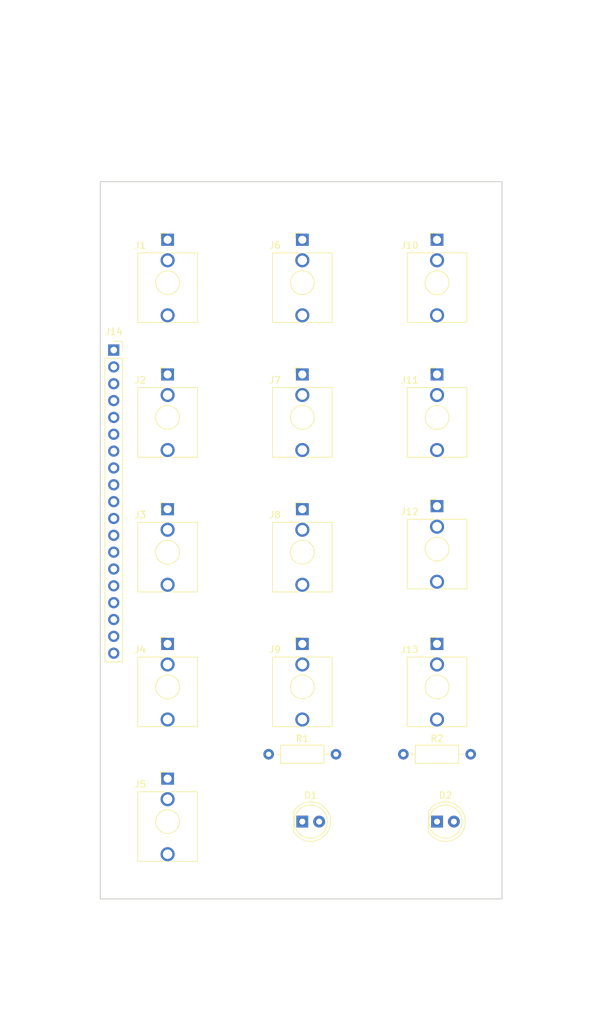
<source format=kicad_pcb>
(kicad_pcb (version 20171130) (host pcbnew 5.1.10)

  (general
    (thickness 1.6)
    (drawings 19)
    (tracks 0)
    (zones 0)
    (modules 22)
    (nets 36)
  )

  (page A4)
  (title_block
    (title "(title)")
    (comment 1 "PCB for panel")
    (comment 2 "(description)")
    (comment 4 "License CC BY 4.0 - Attribution 4.0 International")
  )

  (layers
    (0 F.Cu signal)
    (31 B.Cu signal)
    (32 B.Adhes user)
    (33 F.Adhes user)
    (34 B.Paste user)
    (35 F.Paste user)
    (36 B.SilkS user)
    (37 F.SilkS user)
    (38 B.Mask user)
    (39 F.Mask user)
    (40 Dwgs.User user)
    (41 Cmts.User user)
    (42 Eco1.User user)
    (43 Eco2.User user)
    (44 Edge.Cuts user)
    (45 Margin user)
    (46 B.CrtYd user)
    (47 F.CrtYd user)
    (48 B.Fab user)
    (49 F.Fab user)
  )

  (setup
    (last_trace_width 0.25)
    (user_trace_width 0.381)
    (user_trace_width 0.762)
    (trace_clearance 0.2)
    (zone_clearance 0.508)
    (zone_45_only no)
    (trace_min 0.2)
    (via_size 0.8)
    (via_drill 0.4)
    (via_min_size 0.4)
    (via_min_drill 0.3)
    (uvia_size 0.3)
    (uvia_drill 0.1)
    (uvias_allowed no)
    (uvia_min_size 0.2)
    (uvia_min_drill 0.1)
    (edge_width 0.05)
    (segment_width 0.2)
    (pcb_text_width 0.3)
    (pcb_text_size 1.5 1.5)
    (mod_edge_width 0.12)
    (mod_text_size 1 1)
    (mod_text_width 0.15)
    (pad_size 1.524 1.524)
    (pad_drill 0.762)
    (pad_to_mask_clearance 0)
    (aux_axis_origin 0 0)
    (visible_elements FFFFFF7F)
    (pcbplotparams
      (layerselection 0x010fc_ffffffff)
      (usegerberextensions false)
      (usegerberattributes true)
      (usegerberadvancedattributes true)
      (creategerberjobfile true)
      (excludeedgelayer true)
      (linewidth 0.100000)
      (plotframeref false)
      (viasonmask false)
      (mode 1)
      (useauxorigin false)
      (hpglpennumber 1)
      (hpglpenspeed 20)
      (hpglpendiameter 15.000000)
      (psnegative false)
      (psa4output false)
      (plotreference true)
      (plotvalue true)
      (plotinvisibletext false)
      (padsonsilk false)
      (subtractmaskfromsilk false)
      (outputformat 1)
      (mirror false)
      (drillshape 1)
      (scaleselection 1)
      (outputdirectory ""))
  )

  (net 0 "")
  (net 1 LED_ACTIVITY)
  (net 2 "Net-(D1-Pad1)")
  (net 3 LED_CONNECT)
  (net 4 "Net-(D2-Pad1)")
  (net 5 "Net-(J1-PadTN)")
  (net 6 GND)
  (net 7 Note_1)
  (net 8 "Net-(J2-PadTN)")
  (net 9 Velocity_1)
  (net 10 "Net-(J3-PadTN)")
  (net 11 PITCH_BEND_1)
  (net 12 "Net-(J4-PadTN)")
  (net 13 OUT_TRIGGER_1)
  (net 14 "Net-(J5-PadTN)")
  (net 15 OUT_CLOCK)
  (net 16 "Net-(J6-PadTN)")
  (net 17 Note_2)
  (net 18 "Net-(J7-PadTN)")
  (net 19 Velocity_2)
  (net 20 "Net-(J8-PadTN)")
  (net 21 PITCH_BEND_2)
  (net 22 "Net-(J9-PadTN)")
  (net 23 OUT_TRIGGER_2)
  (net 24 "Net-(J10-PadTN)")
  (net 25 Note_3)
  (net 26 "Net-(J11-PadTN)")
  (net 27 Velocity_3)
  (net 28 "Net-(J12-PadTN)")
  (net 29 PITCH_BEND_3)
  (net 30 "Net-(J13-PadTN)")
  (net 31 OUT_TRIGGER_3)
  (net 32 "Net-(J14-Pad13)")
  (net 33 "Net-(J14-Pad12)")
  (net 34 "Net-(J14-Pad11)")
  (net 35 "Net-(J14-Pad10)")

  (net_class Default "This is the default net class."
    (clearance 0.2)
    (trace_width 0.25)
    (via_dia 0.8)
    (via_drill 0.4)
    (uvia_dia 0.3)
    (uvia_drill 0.1)
    (add_net GND)
    (add_net LED_ACTIVITY)
    (add_net LED_CONNECT)
    (add_net "Net-(D1-Pad1)")
    (add_net "Net-(D2-Pad1)")
    (add_net "Net-(J1-PadTN)")
    (add_net "Net-(J10-PadTN)")
    (add_net "Net-(J11-PadTN)")
    (add_net "Net-(J12-PadTN)")
    (add_net "Net-(J13-PadTN)")
    (add_net "Net-(J14-Pad10)")
    (add_net "Net-(J14-Pad11)")
    (add_net "Net-(J14-Pad12)")
    (add_net "Net-(J14-Pad13)")
    (add_net "Net-(J2-PadTN)")
    (add_net "Net-(J3-PadTN)")
    (add_net "Net-(J4-PadTN)")
    (add_net "Net-(J5-PadTN)")
    (add_net "Net-(J6-PadTN)")
    (add_net "Net-(J7-PadTN)")
    (add_net "Net-(J8-PadTN)")
    (add_net "Net-(J9-PadTN)")
    (add_net Note_1)
    (add_net Note_2)
    (add_net Note_3)
    (add_net OUT_CLOCK)
    (add_net OUT_TRIGGER_1)
    (add_net OUT_TRIGGER_2)
    (add_net OUT_TRIGGER_3)
    (add_net PITCH_BEND_1)
    (add_net PITCH_BEND_2)
    (add_net PITCH_BEND_3)
    (add_net Velocity_1)
    (add_net Velocity_2)
    (add_net Velocity_3)
  )

  (module Resistor_THT:R_Axial_DIN0207_L6.3mm_D2.5mm_P10.16mm_Horizontal (layer F.Cu) (tedit 5AE5139B) (tstamp 6102CB58)
    (at 96.52 137.16)
    (descr "Resistor, Axial_DIN0207 series, Axial, Horizontal, pin pitch=10.16mm, 0.25W = 1/4W, length*diameter=6.3*2.5mm^2, http://cdn-reichelt.de/documents/datenblatt/B400/1_4W%23YAG.pdf")
    (tags "Resistor Axial_DIN0207 series Axial Horizontal pin pitch 10.16mm 0.25W = 1/4W length 6.3mm diameter 2.5mm")
    (path /5EAA04C4)
    (fp_text reference R2 (at 5.08 -2.37) (layer F.SilkS)
      (effects (font (size 1 1) (thickness 0.15)))
    )
    (fp_text value 56 (at 5.08 2.37) (layer F.Fab)
      (effects (font (size 1 1) (thickness 0.15)))
    )
    (fp_text user %R (at 5.08 0) (layer F.Fab)
      (effects (font (size 1 1) (thickness 0.15)))
    )
    (fp_line (start 1.93 -1.25) (end 1.93 1.25) (layer F.Fab) (width 0.1))
    (fp_line (start 1.93 1.25) (end 8.23 1.25) (layer F.Fab) (width 0.1))
    (fp_line (start 8.23 1.25) (end 8.23 -1.25) (layer F.Fab) (width 0.1))
    (fp_line (start 8.23 -1.25) (end 1.93 -1.25) (layer F.Fab) (width 0.1))
    (fp_line (start 0 0) (end 1.93 0) (layer F.Fab) (width 0.1))
    (fp_line (start 10.16 0) (end 8.23 0) (layer F.Fab) (width 0.1))
    (fp_line (start 1.81 -1.37) (end 1.81 1.37) (layer F.SilkS) (width 0.12))
    (fp_line (start 1.81 1.37) (end 8.35 1.37) (layer F.SilkS) (width 0.12))
    (fp_line (start 8.35 1.37) (end 8.35 -1.37) (layer F.SilkS) (width 0.12))
    (fp_line (start 8.35 -1.37) (end 1.81 -1.37) (layer F.SilkS) (width 0.12))
    (fp_line (start 1.04 0) (end 1.81 0) (layer F.SilkS) (width 0.12))
    (fp_line (start 9.12 0) (end 8.35 0) (layer F.SilkS) (width 0.12))
    (fp_line (start -1.05 -1.5) (end -1.05 1.5) (layer F.CrtYd) (width 0.05))
    (fp_line (start -1.05 1.5) (end 11.21 1.5) (layer F.CrtYd) (width 0.05))
    (fp_line (start 11.21 1.5) (end 11.21 -1.5) (layer F.CrtYd) (width 0.05))
    (fp_line (start 11.21 -1.5) (end -1.05 -1.5) (layer F.CrtYd) (width 0.05))
    (pad 2 thru_hole oval (at 10.16 0) (size 1.6 1.6) (drill 0.8) (layers *.Cu *.Mask)
      (net 6 GND))
    (pad 1 thru_hole circle (at 0 0) (size 1.6 1.6) (drill 0.8) (layers *.Cu *.Mask)
      (net 4 "Net-(D2-Pad1)"))
    (model ${KISYS3DMOD}/Resistor_THT.3dshapes/R_Axial_DIN0207_L6.3mm_D2.5mm_P10.16mm_Horizontal.wrl
      (at (xyz 0 0 0))
      (scale (xyz 1 1 1))
      (rotate (xyz 0 0 0))
    )
  )

  (module Resistor_THT:R_Axial_DIN0207_L6.3mm_D2.5mm_P10.16mm_Horizontal (layer F.Cu) (tedit 5AE5139B) (tstamp 6102CB41)
    (at 76.2 137.16)
    (descr "Resistor, Axial_DIN0207 series, Axial, Horizontal, pin pitch=10.16mm, 0.25W = 1/4W, length*diameter=6.3*2.5mm^2, http://cdn-reichelt.de/documents/datenblatt/B400/1_4W%23YAG.pdf")
    (tags "Resistor Axial_DIN0207 series Axial Horizontal pin pitch 10.16mm 0.25W = 1/4W length 6.3mm diameter 2.5mm")
    (path /5EA9DD0A)
    (fp_text reference R1 (at 5.08 -2.37) (layer F.SilkS)
      (effects (font (size 1 1) (thickness 0.15)))
    )
    (fp_text value 56 (at 5.08 2.37) (layer F.Fab)
      (effects (font (size 1 1) (thickness 0.15)))
    )
    (fp_text user %R (at 5.08 0) (layer F.Fab)
      (effects (font (size 1 1) (thickness 0.15)))
    )
    (fp_line (start 1.93 -1.25) (end 1.93 1.25) (layer F.Fab) (width 0.1))
    (fp_line (start 1.93 1.25) (end 8.23 1.25) (layer F.Fab) (width 0.1))
    (fp_line (start 8.23 1.25) (end 8.23 -1.25) (layer F.Fab) (width 0.1))
    (fp_line (start 8.23 -1.25) (end 1.93 -1.25) (layer F.Fab) (width 0.1))
    (fp_line (start 0 0) (end 1.93 0) (layer F.Fab) (width 0.1))
    (fp_line (start 10.16 0) (end 8.23 0) (layer F.Fab) (width 0.1))
    (fp_line (start 1.81 -1.37) (end 1.81 1.37) (layer F.SilkS) (width 0.12))
    (fp_line (start 1.81 1.37) (end 8.35 1.37) (layer F.SilkS) (width 0.12))
    (fp_line (start 8.35 1.37) (end 8.35 -1.37) (layer F.SilkS) (width 0.12))
    (fp_line (start 8.35 -1.37) (end 1.81 -1.37) (layer F.SilkS) (width 0.12))
    (fp_line (start 1.04 0) (end 1.81 0) (layer F.SilkS) (width 0.12))
    (fp_line (start 9.12 0) (end 8.35 0) (layer F.SilkS) (width 0.12))
    (fp_line (start -1.05 -1.5) (end -1.05 1.5) (layer F.CrtYd) (width 0.05))
    (fp_line (start -1.05 1.5) (end 11.21 1.5) (layer F.CrtYd) (width 0.05))
    (fp_line (start 11.21 1.5) (end 11.21 -1.5) (layer F.CrtYd) (width 0.05))
    (fp_line (start 11.21 -1.5) (end -1.05 -1.5) (layer F.CrtYd) (width 0.05))
    (pad 2 thru_hole oval (at 10.16 0) (size 1.6 1.6) (drill 0.8) (layers *.Cu *.Mask)
      (net 6 GND))
    (pad 1 thru_hole circle (at 0 0) (size 1.6 1.6) (drill 0.8) (layers *.Cu *.Mask)
      (net 2 "Net-(D1-Pad1)"))
    (model ${KISYS3DMOD}/Resistor_THT.3dshapes/R_Axial_DIN0207_L6.3mm_D2.5mm_P10.16mm_Horizontal.wrl
      (at (xyz 0 0 0))
      (scale (xyz 1 1 1))
      (rotate (xyz 0 0 0))
    )
  )

  (module Connector_PinSocket_2.54mm:PinSocket_1x19_P2.54mm_Vertical (layer F.Cu) (tedit 5A19A430) (tstamp 6102CB2A)
    (at 52.832 76.2)
    (descr "Through hole straight socket strip, 1x19, 2.54mm pitch, single row (from Kicad 4.0.7), script generated")
    (tags "Through hole socket strip THT 1x19 2.54mm single row")
    (path /6104856A)
    (fp_text reference J14 (at 0 -2.77) (layer F.SilkS)
      (effects (font (size 1 1) (thickness 0.15)))
    )
    (fp_text value Conn_01x19_Female (at 0 48.49) (layer F.Fab)
      (effects (font (size 1 1) (thickness 0.15)))
    )
    (fp_text user %R (at 0 22.86 90) (layer F.Fab)
      (effects (font (size 1 1) (thickness 0.15)))
    )
    (fp_line (start -1.27 -1.27) (end 0.635 -1.27) (layer F.Fab) (width 0.1))
    (fp_line (start 0.635 -1.27) (end 1.27 -0.635) (layer F.Fab) (width 0.1))
    (fp_line (start 1.27 -0.635) (end 1.27 46.99) (layer F.Fab) (width 0.1))
    (fp_line (start 1.27 46.99) (end -1.27 46.99) (layer F.Fab) (width 0.1))
    (fp_line (start -1.27 46.99) (end -1.27 -1.27) (layer F.Fab) (width 0.1))
    (fp_line (start -1.33 1.27) (end 1.33 1.27) (layer F.SilkS) (width 0.12))
    (fp_line (start -1.33 1.27) (end -1.33 47.05) (layer F.SilkS) (width 0.12))
    (fp_line (start -1.33 47.05) (end 1.33 47.05) (layer F.SilkS) (width 0.12))
    (fp_line (start 1.33 1.27) (end 1.33 47.05) (layer F.SilkS) (width 0.12))
    (fp_line (start 1.33 -1.33) (end 1.33 0) (layer F.SilkS) (width 0.12))
    (fp_line (start 0 -1.33) (end 1.33 -1.33) (layer F.SilkS) (width 0.12))
    (fp_line (start -1.8 -1.8) (end 1.75 -1.8) (layer F.CrtYd) (width 0.05))
    (fp_line (start 1.75 -1.8) (end 1.75 47.5) (layer F.CrtYd) (width 0.05))
    (fp_line (start 1.75 47.5) (end -1.8 47.5) (layer F.CrtYd) (width 0.05))
    (fp_line (start -1.8 47.5) (end -1.8 -1.8) (layer F.CrtYd) (width 0.05))
    (pad 19 thru_hole oval (at 0 45.72) (size 1.7 1.7) (drill 1) (layers *.Cu *.Mask)
      (net 3 LED_CONNECT))
    (pad 18 thru_hole oval (at 0 43.18) (size 1.7 1.7) (drill 1) (layers *.Cu *.Mask)
      (net 1 LED_ACTIVITY))
    (pad 17 thru_hole oval (at 0 40.64) (size 1.7 1.7) (drill 1) (layers *.Cu *.Mask)
      (net 15 OUT_CLOCK))
    (pad 16 thru_hole oval (at 0 38.1) (size 1.7 1.7) (drill 1) (layers *.Cu *.Mask)
      (net 31 OUT_TRIGGER_3))
    (pad 15 thru_hole oval (at 0 35.56) (size 1.7 1.7) (drill 1) (layers *.Cu *.Mask)
      (net 23 OUT_TRIGGER_2))
    (pad 14 thru_hole oval (at 0 33.02) (size 1.7 1.7) (drill 1) (layers *.Cu *.Mask)
      (net 13 OUT_TRIGGER_1))
    (pad 13 thru_hole oval (at 0 30.48) (size 1.7 1.7) (drill 1) (layers *.Cu *.Mask)
      (net 32 "Net-(J14-Pad13)"))
    (pad 12 thru_hole oval (at 0 27.94) (size 1.7 1.7) (drill 1) (layers *.Cu *.Mask)
      (net 33 "Net-(J14-Pad12)"))
    (pad 11 thru_hole oval (at 0 25.4) (size 1.7 1.7) (drill 1) (layers *.Cu *.Mask)
      (net 34 "Net-(J14-Pad11)"))
    (pad 10 thru_hole oval (at 0 22.86) (size 1.7 1.7) (drill 1) (layers *.Cu *.Mask)
      (net 35 "Net-(J14-Pad10)"))
    (pad 9 thru_hole oval (at 0 20.32) (size 1.7 1.7) (drill 1) (layers *.Cu *.Mask)
      (net 29 PITCH_BEND_3))
    (pad 8 thru_hole oval (at 0 17.78) (size 1.7 1.7) (drill 1) (layers *.Cu *.Mask)
      (net 21 PITCH_BEND_2))
    (pad 7 thru_hole oval (at 0 15.24) (size 1.7 1.7) (drill 1) (layers *.Cu *.Mask)
      (net 11 PITCH_BEND_1))
    (pad 6 thru_hole oval (at 0 12.7) (size 1.7 1.7) (drill 1) (layers *.Cu *.Mask)
      (net 27 Velocity_3))
    (pad 5 thru_hole oval (at 0 10.16) (size 1.7 1.7) (drill 1) (layers *.Cu *.Mask)
      (net 25 Note_3))
    (pad 4 thru_hole oval (at 0 7.62) (size 1.7 1.7) (drill 1) (layers *.Cu *.Mask)
      (net 19 Velocity_2))
    (pad 3 thru_hole oval (at 0 5.08) (size 1.7 1.7) (drill 1) (layers *.Cu *.Mask)
      (net 17 Note_2))
    (pad 2 thru_hole oval (at 0 2.54) (size 1.7 1.7) (drill 1) (layers *.Cu *.Mask)
      (net 9 Velocity_1))
    (pad 1 thru_hole rect (at 0 0) (size 1.7 1.7) (drill 1) (layers *.Cu *.Mask)
      (net 7 Note_1))
    (model ${KISYS3DMOD}/Connector_PinSocket_2.54mm.3dshapes/PinSocket_1x19_P2.54mm_Vertical.wrl
      (at (xyz 0 0 0))
      (scale (xyz 1 1 1))
      (rotate (xyz 0 0 0))
    )
  )

  (module elektrophon:Jack_3.5mm_WQP-PJ398SM_Vertical (layer F.Cu) (tedit 5DA46BDA) (tstamp 6102CB03)
    (at 101.6 127)
    (descr "TRS 3.5mm, vertical, Thonkiconn, PCB mount, (http://www.qingpu-electronics.com/en/products/WQP-PJ398SM-362.html)")
    (tags "WQP-PJ398SM WQP-PJ301M-12 TRS 3.5mm mono vertical jack thonkiconn qingpu")
    (path /5EA6B6E7)
    (fp_text reference J13 (at -4.13 -5.63) (layer F.SilkS)
      (effects (font (size 1 1) (thickness 0.15)))
    )
    (fp_text value INPUT (at 0 -1.48) (layer F.Fab)
      (effects (font (size 1 1) (thickness 0.15)))
    )
    (fp_text user KEEPOUT (at 0 0 180) (layer Cmts.User)
      (effects (font (size 0.4 0.4) (thickness 0.051)))
    )
    (fp_text user %R (at 0 1.52) (layer F.Fab)
      (effects (font (size 1 1) (thickness 0.15)))
    )
    (fp_line (start 0 -6.48) (end 0 -4.45) (layer F.Fab) (width 0.1))
    (fp_circle (center 0 0) (end 1.8 0) (layer F.Fab) (width 0.1))
    (fp_line (start 4.5 -4.45) (end -4.5 -4.45) (layer F.Fab) (width 0.1))
    (fp_line (start 5 -7.9) (end -5 -7.9) (layer F.CrtYd) (width 0.05))
    (fp_line (start 5 6.5) (end -5 6.5) (layer F.CrtYd) (width 0.05))
    (fp_line (start 5 6.5) (end 5 -7.9) (layer F.CrtYd) (width 0.05))
    (fp_line (start 4.5 6) (end -4.5 6) (layer F.Fab) (width 0.1))
    (fp_line (start 4.5 6) (end 4.5 -4.4) (layer F.Fab) (width 0.1))
    (fp_line (start -1.06 -7.48) (end -0.2 -7.48) (layer F.SilkS) (width 0.12))
    (fp_line (start -1.06 -7.48) (end -1.06 -6.68) (layer F.SilkS) (width 0.12))
    (fp_circle (center 0 0) (end 1.8 0) (layer F.SilkS) (width 0.12))
    (fp_line (start -0.35 -4.5) (end -4.5 -4.5) (layer F.SilkS) (width 0.12))
    (fp_line (start 4.5 -4.5) (end 0.35 -4.5) (layer F.SilkS) (width 0.12))
    (fp_line (start -0.5 6) (end -4.5 6) (layer F.SilkS) (width 0.12))
    (fp_line (start 4.5 6) (end 0.5 6) (layer F.SilkS) (width 0.12))
    (fp_line (start -1.41 -0.46) (end -0.46 -1.41) (layer Dwgs.User) (width 0.12))
    (fp_line (start -1.42 0.395) (end 0.4 -1.42) (layer Dwgs.User) (width 0.12))
    (fp_line (start -1.07 1.01) (end 1.01 -1.07) (layer Dwgs.User) (width 0.12))
    (fp_line (start -0.58 1.35) (end 1.36 -0.59) (layer Dwgs.User) (width 0.12))
    (fp_line (start 0.09 1.48) (end 1.48 0.09) (layer Dwgs.User) (width 0.12))
    (fp_circle (center 0 0) (end 1.5 0) (layer Dwgs.User) (width 0.12))
    (fp_line (start 4.5 -4.5) (end 4.5 6) (layer F.SilkS) (width 0.12))
    (fp_line (start -4.5 -4.5) (end -4.5 6) (layer F.SilkS) (width 0.12))
    (fp_line (start -4.5 6) (end -4.5 -4.4) (layer F.Fab) (width 0.1))
    (fp_line (start -5 6.5) (end -5 -7.9) (layer F.CrtYd) (width 0.05))
    (pad TN thru_hole circle (at 0 -3.38 180) (size 2.13 2.13) (drill 1.42) (layers *.Cu *.Mask)
      (net 30 "Net-(J13-PadTN)"))
    (pad S thru_hole rect (at 0 -6.48 180) (size 1.93 1.83) (drill 1.22) (layers *.Cu *.Mask)
      (net 6 GND))
    (pad T thru_hole circle (at 0 4.92 180) (size 2.13 2.13) (drill 1.43) (layers *.Cu *.Mask)
      (net 31 OUT_TRIGGER_3))
    (model ${KISYS3DMOD}/Connector_Audio.3dshapes/Jack_3.5mm_QingPu_WQP-PJ398SM_Vertical.wrl
      (at (xyz 0 0 0))
      (scale (xyz 1 1 1))
      (rotate (xyz 0 0 0))
    )
    (model "${KIPRJMOD}/../../../lib/kicad/models/PJ301M-12 Thonkiconn v0.2.stp"
      (offset (xyz 0 -1 0))
      (scale (xyz 1 1 1))
      (rotate (xyz 0 0 180))
    )
  )

  (module elektrophon:Jack_3.5mm_WQP-PJ398SM_Vertical (layer F.Cu) (tedit 5DA46BDA) (tstamp 6102CAE1)
    (at 101.6 106.22)
    (descr "TRS 3.5mm, vertical, Thonkiconn, PCB mount, (http://www.qingpu-electronics.com/en/products/WQP-PJ398SM-362.html)")
    (tags "WQP-PJ398SM WQP-PJ301M-12 TRS 3.5mm mono vertical jack thonkiconn qingpu")
    (path /5EA69F89)
    (fp_text reference J12 (at -4.13 -5.63) (layer F.SilkS)
      (effects (font (size 1 1) (thickness 0.15)))
    )
    (fp_text value INPUT (at 0 -1.48) (layer F.Fab)
      (effects (font (size 1 1) (thickness 0.15)))
    )
    (fp_text user KEEPOUT (at 0 0 180) (layer Cmts.User)
      (effects (font (size 0.4 0.4) (thickness 0.051)))
    )
    (fp_text user %R (at 0 1.52) (layer F.Fab)
      (effects (font (size 1 1) (thickness 0.15)))
    )
    (fp_line (start 0 -6.48) (end 0 -4.45) (layer F.Fab) (width 0.1))
    (fp_circle (center 0 0) (end 1.8 0) (layer F.Fab) (width 0.1))
    (fp_line (start 4.5 -4.45) (end -4.5 -4.45) (layer F.Fab) (width 0.1))
    (fp_line (start 5 -7.9) (end -5 -7.9) (layer F.CrtYd) (width 0.05))
    (fp_line (start 5 6.5) (end -5 6.5) (layer F.CrtYd) (width 0.05))
    (fp_line (start 5 6.5) (end 5 -7.9) (layer F.CrtYd) (width 0.05))
    (fp_line (start 4.5 6) (end -4.5 6) (layer F.Fab) (width 0.1))
    (fp_line (start 4.5 6) (end 4.5 -4.4) (layer F.Fab) (width 0.1))
    (fp_line (start -1.06 -7.48) (end -0.2 -7.48) (layer F.SilkS) (width 0.12))
    (fp_line (start -1.06 -7.48) (end -1.06 -6.68) (layer F.SilkS) (width 0.12))
    (fp_circle (center 0 0) (end 1.8 0) (layer F.SilkS) (width 0.12))
    (fp_line (start -0.35 -4.5) (end -4.5 -4.5) (layer F.SilkS) (width 0.12))
    (fp_line (start 4.5 -4.5) (end 0.35 -4.5) (layer F.SilkS) (width 0.12))
    (fp_line (start -0.5 6) (end -4.5 6) (layer F.SilkS) (width 0.12))
    (fp_line (start 4.5 6) (end 0.5 6) (layer F.SilkS) (width 0.12))
    (fp_line (start -1.41 -0.46) (end -0.46 -1.41) (layer Dwgs.User) (width 0.12))
    (fp_line (start -1.42 0.395) (end 0.4 -1.42) (layer Dwgs.User) (width 0.12))
    (fp_line (start -1.07 1.01) (end 1.01 -1.07) (layer Dwgs.User) (width 0.12))
    (fp_line (start -0.58 1.35) (end 1.36 -0.59) (layer Dwgs.User) (width 0.12))
    (fp_line (start 0.09 1.48) (end 1.48 0.09) (layer Dwgs.User) (width 0.12))
    (fp_circle (center 0 0) (end 1.5 0) (layer Dwgs.User) (width 0.12))
    (fp_line (start 4.5 -4.5) (end 4.5 6) (layer F.SilkS) (width 0.12))
    (fp_line (start -4.5 -4.5) (end -4.5 6) (layer F.SilkS) (width 0.12))
    (fp_line (start -4.5 6) (end -4.5 -4.4) (layer F.Fab) (width 0.1))
    (fp_line (start -5 6.5) (end -5 -7.9) (layer F.CrtYd) (width 0.05))
    (pad TN thru_hole circle (at 0 -3.38 180) (size 2.13 2.13) (drill 1.42) (layers *.Cu *.Mask)
      (net 28 "Net-(J12-PadTN)"))
    (pad S thru_hole rect (at 0 -6.48 180) (size 1.93 1.83) (drill 1.22) (layers *.Cu *.Mask)
      (net 6 GND))
    (pad T thru_hole circle (at 0 4.92 180) (size 2.13 2.13) (drill 1.43) (layers *.Cu *.Mask)
      (net 29 PITCH_BEND_3))
    (model ${KISYS3DMOD}/Connector_Audio.3dshapes/Jack_3.5mm_QingPu_WQP-PJ398SM_Vertical.wrl
      (at (xyz 0 0 0))
      (scale (xyz 1 1 1))
      (rotate (xyz 0 0 0))
    )
    (model "${KIPRJMOD}/../../../lib/kicad/models/PJ301M-12 Thonkiconn v0.2.stp"
      (offset (xyz 0 -1 0))
      (scale (xyz 1 1 1))
      (rotate (xyz 0 0 180))
    )
  )

  (module elektrophon:Jack_3.5mm_WQP-PJ398SM_Vertical (layer F.Cu) (tedit 5DA46BDA) (tstamp 6102CABF)
    (at 101.6 86.36)
    (descr "TRS 3.5mm, vertical, Thonkiconn, PCB mount, (http://www.qingpu-electronics.com/en/products/WQP-PJ398SM-362.html)")
    (tags "WQP-PJ398SM WQP-PJ301M-12 TRS 3.5mm mono vertical jack thonkiconn qingpu")
    (path /5EA69080)
    (fp_text reference J11 (at -4.13 -5.63) (layer F.SilkS)
      (effects (font (size 1 1) (thickness 0.15)))
    )
    (fp_text value INPUT (at 0 -1.48) (layer F.Fab)
      (effects (font (size 1 1) (thickness 0.15)))
    )
    (fp_text user KEEPOUT (at 0 0 180) (layer Cmts.User)
      (effects (font (size 0.4 0.4) (thickness 0.051)))
    )
    (fp_text user %R (at 0 1.52) (layer F.Fab)
      (effects (font (size 1 1) (thickness 0.15)))
    )
    (fp_line (start 0 -6.48) (end 0 -4.45) (layer F.Fab) (width 0.1))
    (fp_circle (center 0 0) (end 1.8 0) (layer F.Fab) (width 0.1))
    (fp_line (start 4.5 -4.45) (end -4.5 -4.45) (layer F.Fab) (width 0.1))
    (fp_line (start 5 -7.9) (end -5 -7.9) (layer F.CrtYd) (width 0.05))
    (fp_line (start 5 6.5) (end -5 6.5) (layer F.CrtYd) (width 0.05))
    (fp_line (start 5 6.5) (end 5 -7.9) (layer F.CrtYd) (width 0.05))
    (fp_line (start 4.5 6) (end -4.5 6) (layer F.Fab) (width 0.1))
    (fp_line (start 4.5 6) (end 4.5 -4.4) (layer F.Fab) (width 0.1))
    (fp_line (start -1.06 -7.48) (end -0.2 -7.48) (layer F.SilkS) (width 0.12))
    (fp_line (start -1.06 -7.48) (end -1.06 -6.68) (layer F.SilkS) (width 0.12))
    (fp_circle (center 0 0) (end 1.8 0) (layer F.SilkS) (width 0.12))
    (fp_line (start -0.35 -4.5) (end -4.5 -4.5) (layer F.SilkS) (width 0.12))
    (fp_line (start 4.5 -4.5) (end 0.35 -4.5) (layer F.SilkS) (width 0.12))
    (fp_line (start -0.5 6) (end -4.5 6) (layer F.SilkS) (width 0.12))
    (fp_line (start 4.5 6) (end 0.5 6) (layer F.SilkS) (width 0.12))
    (fp_line (start -1.41 -0.46) (end -0.46 -1.41) (layer Dwgs.User) (width 0.12))
    (fp_line (start -1.42 0.395) (end 0.4 -1.42) (layer Dwgs.User) (width 0.12))
    (fp_line (start -1.07 1.01) (end 1.01 -1.07) (layer Dwgs.User) (width 0.12))
    (fp_line (start -0.58 1.35) (end 1.36 -0.59) (layer Dwgs.User) (width 0.12))
    (fp_line (start 0.09 1.48) (end 1.48 0.09) (layer Dwgs.User) (width 0.12))
    (fp_circle (center 0 0) (end 1.5 0) (layer Dwgs.User) (width 0.12))
    (fp_line (start 4.5 -4.5) (end 4.5 6) (layer F.SilkS) (width 0.12))
    (fp_line (start -4.5 -4.5) (end -4.5 6) (layer F.SilkS) (width 0.12))
    (fp_line (start -4.5 6) (end -4.5 -4.4) (layer F.Fab) (width 0.1))
    (fp_line (start -5 6.5) (end -5 -7.9) (layer F.CrtYd) (width 0.05))
    (pad TN thru_hole circle (at 0 -3.38 180) (size 2.13 2.13) (drill 1.42) (layers *.Cu *.Mask)
      (net 26 "Net-(J11-PadTN)"))
    (pad S thru_hole rect (at 0 -6.48 180) (size 1.93 1.83) (drill 1.22) (layers *.Cu *.Mask)
      (net 6 GND))
    (pad T thru_hole circle (at 0 4.92 180) (size 2.13 2.13) (drill 1.43) (layers *.Cu *.Mask)
      (net 27 Velocity_3))
    (model ${KISYS3DMOD}/Connector_Audio.3dshapes/Jack_3.5mm_QingPu_WQP-PJ398SM_Vertical.wrl
      (at (xyz 0 0 0))
      (scale (xyz 1 1 1))
      (rotate (xyz 0 0 0))
    )
    (model "${KIPRJMOD}/../../../lib/kicad/models/PJ301M-12 Thonkiconn v0.2.stp"
      (offset (xyz 0 -1 0))
      (scale (xyz 1 1 1))
      (rotate (xyz 0 0 180))
    )
  )

  (module elektrophon:Jack_3.5mm_WQP-PJ398SM_Vertical (layer F.Cu) (tedit 5DA46BDA) (tstamp 6102CA9D)
    (at 101.6 66.04)
    (descr "TRS 3.5mm, vertical, Thonkiconn, PCB mount, (http://www.qingpu-electronics.com/en/products/WQP-PJ398SM-362.html)")
    (tags "WQP-PJ398SM WQP-PJ301M-12 TRS 3.5mm mono vertical jack thonkiconn qingpu")
    (path /5EA6561D)
    (fp_text reference J10 (at -4.13 -5.63) (layer F.SilkS)
      (effects (font (size 1 1) (thickness 0.15)))
    )
    (fp_text value INPUT (at 0 -1.48) (layer F.Fab)
      (effects (font (size 1 1) (thickness 0.15)))
    )
    (fp_text user KEEPOUT (at 0 0 180) (layer Cmts.User)
      (effects (font (size 0.4 0.4) (thickness 0.051)))
    )
    (fp_text user %R (at 0 1.52) (layer F.Fab)
      (effects (font (size 1 1) (thickness 0.15)))
    )
    (fp_line (start 0 -6.48) (end 0 -4.45) (layer F.Fab) (width 0.1))
    (fp_circle (center 0 0) (end 1.8 0) (layer F.Fab) (width 0.1))
    (fp_line (start 4.5 -4.45) (end -4.5 -4.45) (layer F.Fab) (width 0.1))
    (fp_line (start 5 -7.9) (end -5 -7.9) (layer F.CrtYd) (width 0.05))
    (fp_line (start 5 6.5) (end -5 6.5) (layer F.CrtYd) (width 0.05))
    (fp_line (start 5 6.5) (end 5 -7.9) (layer F.CrtYd) (width 0.05))
    (fp_line (start 4.5 6) (end -4.5 6) (layer F.Fab) (width 0.1))
    (fp_line (start 4.5 6) (end 4.5 -4.4) (layer F.Fab) (width 0.1))
    (fp_line (start -1.06 -7.48) (end -0.2 -7.48) (layer F.SilkS) (width 0.12))
    (fp_line (start -1.06 -7.48) (end -1.06 -6.68) (layer F.SilkS) (width 0.12))
    (fp_circle (center 0 0) (end 1.8 0) (layer F.SilkS) (width 0.12))
    (fp_line (start -0.35 -4.5) (end -4.5 -4.5) (layer F.SilkS) (width 0.12))
    (fp_line (start 4.5 -4.5) (end 0.35 -4.5) (layer F.SilkS) (width 0.12))
    (fp_line (start -0.5 6) (end -4.5 6) (layer F.SilkS) (width 0.12))
    (fp_line (start 4.5 6) (end 0.5 6) (layer F.SilkS) (width 0.12))
    (fp_line (start -1.41 -0.46) (end -0.46 -1.41) (layer Dwgs.User) (width 0.12))
    (fp_line (start -1.42 0.395) (end 0.4 -1.42) (layer Dwgs.User) (width 0.12))
    (fp_line (start -1.07 1.01) (end 1.01 -1.07) (layer Dwgs.User) (width 0.12))
    (fp_line (start -0.58 1.35) (end 1.36 -0.59) (layer Dwgs.User) (width 0.12))
    (fp_line (start 0.09 1.48) (end 1.48 0.09) (layer Dwgs.User) (width 0.12))
    (fp_circle (center 0 0) (end 1.5 0) (layer Dwgs.User) (width 0.12))
    (fp_line (start 4.5 -4.5) (end 4.5 6) (layer F.SilkS) (width 0.12))
    (fp_line (start -4.5 -4.5) (end -4.5 6) (layer F.SilkS) (width 0.12))
    (fp_line (start -4.5 6) (end -4.5 -4.4) (layer F.Fab) (width 0.1))
    (fp_line (start -5 6.5) (end -5 -7.9) (layer F.CrtYd) (width 0.05))
    (pad TN thru_hole circle (at 0 -3.38 180) (size 2.13 2.13) (drill 1.42) (layers *.Cu *.Mask)
      (net 24 "Net-(J10-PadTN)"))
    (pad S thru_hole rect (at 0 -6.48 180) (size 1.93 1.83) (drill 1.22) (layers *.Cu *.Mask)
      (net 6 GND))
    (pad T thru_hole circle (at 0 4.92 180) (size 2.13 2.13) (drill 1.43) (layers *.Cu *.Mask)
      (net 25 Note_3))
    (model ${KISYS3DMOD}/Connector_Audio.3dshapes/Jack_3.5mm_QingPu_WQP-PJ398SM_Vertical.wrl
      (at (xyz 0 0 0))
      (scale (xyz 1 1 1))
      (rotate (xyz 0 0 0))
    )
    (model "${KIPRJMOD}/../../../lib/kicad/models/PJ301M-12 Thonkiconn v0.2.stp"
      (offset (xyz 0 -1 0))
      (scale (xyz 1 1 1))
      (rotate (xyz 0 0 180))
    )
  )

  (module elektrophon:Jack_3.5mm_WQP-PJ398SM_Vertical (layer F.Cu) (tedit 5DA46BDA) (tstamp 6102CA7B)
    (at 81.28 127)
    (descr "TRS 3.5mm, vertical, Thonkiconn, PCB mount, (http://www.qingpu-electronics.com/en/products/WQP-PJ398SM-362.html)")
    (tags "WQP-PJ398SM WQP-PJ301M-12 TRS 3.5mm mono vertical jack thonkiconn qingpu")
    (path /5EA6B6D8)
    (fp_text reference J9 (at -4.13 -5.63) (layer F.SilkS)
      (effects (font (size 1 1) (thickness 0.15)))
    )
    (fp_text value INPUT (at 0 -1.48) (layer F.Fab)
      (effects (font (size 1 1) (thickness 0.15)))
    )
    (fp_text user KEEPOUT (at 0 0 180) (layer Cmts.User)
      (effects (font (size 0.4 0.4) (thickness 0.051)))
    )
    (fp_text user %R (at 0 1.52) (layer F.Fab)
      (effects (font (size 1 1) (thickness 0.15)))
    )
    (fp_line (start 0 -6.48) (end 0 -4.45) (layer F.Fab) (width 0.1))
    (fp_circle (center 0 0) (end 1.8 0) (layer F.Fab) (width 0.1))
    (fp_line (start 4.5 -4.45) (end -4.5 -4.45) (layer F.Fab) (width 0.1))
    (fp_line (start 5 -7.9) (end -5 -7.9) (layer F.CrtYd) (width 0.05))
    (fp_line (start 5 6.5) (end -5 6.5) (layer F.CrtYd) (width 0.05))
    (fp_line (start 5 6.5) (end 5 -7.9) (layer F.CrtYd) (width 0.05))
    (fp_line (start 4.5 6) (end -4.5 6) (layer F.Fab) (width 0.1))
    (fp_line (start 4.5 6) (end 4.5 -4.4) (layer F.Fab) (width 0.1))
    (fp_line (start -1.06 -7.48) (end -0.2 -7.48) (layer F.SilkS) (width 0.12))
    (fp_line (start -1.06 -7.48) (end -1.06 -6.68) (layer F.SilkS) (width 0.12))
    (fp_circle (center 0 0) (end 1.8 0) (layer F.SilkS) (width 0.12))
    (fp_line (start -0.35 -4.5) (end -4.5 -4.5) (layer F.SilkS) (width 0.12))
    (fp_line (start 4.5 -4.5) (end 0.35 -4.5) (layer F.SilkS) (width 0.12))
    (fp_line (start -0.5 6) (end -4.5 6) (layer F.SilkS) (width 0.12))
    (fp_line (start 4.5 6) (end 0.5 6) (layer F.SilkS) (width 0.12))
    (fp_line (start -1.41 -0.46) (end -0.46 -1.41) (layer Dwgs.User) (width 0.12))
    (fp_line (start -1.42 0.395) (end 0.4 -1.42) (layer Dwgs.User) (width 0.12))
    (fp_line (start -1.07 1.01) (end 1.01 -1.07) (layer Dwgs.User) (width 0.12))
    (fp_line (start -0.58 1.35) (end 1.36 -0.59) (layer Dwgs.User) (width 0.12))
    (fp_line (start 0.09 1.48) (end 1.48 0.09) (layer Dwgs.User) (width 0.12))
    (fp_circle (center 0 0) (end 1.5 0) (layer Dwgs.User) (width 0.12))
    (fp_line (start 4.5 -4.5) (end 4.5 6) (layer F.SilkS) (width 0.12))
    (fp_line (start -4.5 -4.5) (end -4.5 6) (layer F.SilkS) (width 0.12))
    (fp_line (start -4.5 6) (end -4.5 -4.4) (layer F.Fab) (width 0.1))
    (fp_line (start -5 6.5) (end -5 -7.9) (layer F.CrtYd) (width 0.05))
    (pad TN thru_hole circle (at 0 -3.38 180) (size 2.13 2.13) (drill 1.42) (layers *.Cu *.Mask)
      (net 22 "Net-(J9-PadTN)"))
    (pad S thru_hole rect (at 0 -6.48 180) (size 1.93 1.83) (drill 1.22) (layers *.Cu *.Mask)
      (net 6 GND))
    (pad T thru_hole circle (at 0 4.92 180) (size 2.13 2.13) (drill 1.43) (layers *.Cu *.Mask)
      (net 23 OUT_TRIGGER_2))
    (model ${KISYS3DMOD}/Connector_Audio.3dshapes/Jack_3.5mm_QingPu_WQP-PJ398SM_Vertical.wrl
      (at (xyz 0 0 0))
      (scale (xyz 1 1 1))
      (rotate (xyz 0 0 0))
    )
    (model "${KIPRJMOD}/../../../lib/kicad/models/PJ301M-12 Thonkiconn v0.2.stp"
      (offset (xyz 0 -1 0))
      (scale (xyz 1 1 1))
      (rotate (xyz 0 0 180))
    )
  )

  (module elektrophon:Jack_3.5mm_WQP-PJ398SM_Vertical (layer F.Cu) (tedit 5DA46BDA) (tstamp 6102CA59)
    (at 81.28 106.68)
    (descr "TRS 3.5mm, vertical, Thonkiconn, PCB mount, (http://www.qingpu-electronics.com/en/products/WQP-PJ398SM-362.html)")
    (tags "WQP-PJ398SM WQP-PJ301M-12 TRS 3.5mm mono vertical jack thonkiconn qingpu")
    (path /5EA69F7A)
    (fp_text reference J8 (at -4.13 -5.63) (layer F.SilkS)
      (effects (font (size 1 1) (thickness 0.15)))
    )
    (fp_text value INPUT (at 0 -1.48) (layer F.Fab)
      (effects (font (size 1 1) (thickness 0.15)))
    )
    (fp_text user KEEPOUT (at 0 0 180) (layer Cmts.User)
      (effects (font (size 0.4 0.4) (thickness 0.051)))
    )
    (fp_text user %R (at 0 1.52) (layer F.Fab)
      (effects (font (size 1 1) (thickness 0.15)))
    )
    (fp_line (start 0 -6.48) (end 0 -4.45) (layer F.Fab) (width 0.1))
    (fp_circle (center 0 0) (end 1.8 0) (layer F.Fab) (width 0.1))
    (fp_line (start 4.5 -4.45) (end -4.5 -4.45) (layer F.Fab) (width 0.1))
    (fp_line (start 5 -7.9) (end -5 -7.9) (layer F.CrtYd) (width 0.05))
    (fp_line (start 5 6.5) (end -5 6.5) (layer F.CrtYd) (width 0.05))
    (fp_line (start 5 6.5) (end 5 -7.9) (layer F.CrtYd) (width 0.05))
    (fp_line (start 4.5 6) (end -4.5 6) (layer F.Fab) (width 0.1))
    (fp_line (start 4.5 6) (end 4.5 -4.4) (layer F.Fab) (width 0.1))
    (fp_line (start -1.06 -7.48) (end -0.2 -7.48) (layer F.SilkS) (width 0.12))
    (fp_line (start -1.06 -7.48) (end -1.06 -6.68) (layer F.SilkS) (width 0.12))
    (fp_circle (center 0 0) (end 1.8 0) (layer F.SilkS) (width 0.12))
    (fp_line (start -0.35 -4.5) (end -4.5 -4.5) (layer F.SilkS) (width 0.12))
    (fp_line (start 4.5 -4.5) (end 0.35 -4.5) (layer F.SilkS) (width 0.12))
    (fp_line (start -0.5 6) (end -4.5 6) (layer F.SilkS) (width 0.12))
    (fp_line (start 4.5 6) (end 0.5 6) (layer F.SilkS) (width 0.12))
    (fp_line (start -1.41 -0.46) (end -0.46 -1.41) (layer Dwgs.User) (width 0.12))
    (fp_line (start -1.42 0.395) (end 0.4 -1.42) (layer Dwgs.User) (width 0.12))
    (fp_line (start -1.07 1.01) (end 1.01 -1.07) (layer Dwgs.User) (width 0.12))
    (fp_line (start -0.58 1.35) (end 1.36 -0.59) (layer Dwgs.User) (width 0.12))
    (fp_line (start 0.09 1.48) (end 1.48 0.09) (layer Dwgs.User) (width 0.12))
    (fp_circle (center 0 0) (end 1.5 0) (layer Dwgs.User) (width 0.12))
    (fp_line (start 4.5 -4.5) (end 4.5 6) (layer F.SilkS) (width 0.12))
    (fp_line (start -4.5 -4.5) (end -4.5 6) (layer F.SilkS) (width 0.12))
    (fp_line (start -4.5 6) (end -4.5 -4.4) (layer F.Fab) (width 0.1))
    (fp_line (start -5 6.5) (end -5 -7.9) (layer F.CrtYd) (width 0.05))
    (pad TN thru_hole circle (at 0 -3.38 180) (size 2.13 2.13) (drill 1.42) (layers *.Cu *.Mask)
      (net 20 "Net-(J8-PadTN)"))
    (pad S thru_hole rect (at 0 -6.48 180) (size 1.93 1.83) (drill 1.22) (layers *.Cu *.Mask)
      (net 6 GND))
    (pad T thru_hole circle (at 0 4.92 180) (size 2.13 2.13) (drill 1.43) (layers *.Cu *.Mask)
      (net 21 PITCH_BEND_2))
    (model ${KISYS3DMOD}/Connector_Audio.3dshapes/Jack_3.5mm_QingPu_WQP-PJ398SM_Vertical.wrl
      (at (xyz 0 0 0))
      (scale (xyz 1 1 1))
      (rotate (xyz 0 0 0))
    )
    (model "${KIPRJMOD}/../../../lib/kicad/models/PJ301M-12 Thonkiconn v0.2.stp"
      (offset (xyz 0 -1 0))
      (scale (xyz 1 1 1))
      (rotate (xyz 0 0 180))
    )
  )

  (module elektrophon:Jack_3.5mm_WQP-PJ398SM_Vertical (layer F.Cu) (tedit 5DA46BDA) (tstamp 6102CA37)
    (at 81.28 86.36)
    (descr "TRS 3.5mm, vertical, Thonkiconn, PCB mount, (http://www.qingpu-electronics.com/en/products/WQP-PJ398SM-362.html)")
    (tags "WQP-PJ398SM WQP-PJ301M-12 TRS 3.5mm mono vertical jack thonkiconn qingpu")
    (path /5EA69071)
    (fp_text reference J7 (at -4.13 -5.63) (layer F.SilkS)
      (effects (font (size 1 1) (thickness 0.15)))
    )
    (fp_text value INPUT (at 0 -1.48) (layer F.Fab)
      (effects (font (size 1 1) (thickness 0.15)))
    )
    (fp_text user KEEPOUT (at 0 0 180) (layer Cmts.User)
      (effects (font (size 0.4 0.4) (thickness 0.051)))
    )
    (fp_text user %R (at 0 1.52) (layer F.Fab)
      (effects (font (size 1 1) (thickness 0.15)))
    )
    (fp_line (start 0 -6.48) (end 0 -4.45) (layer F.Fab) (width 0.1))
    (fp_circle (center 0 0) (end 1.8 0) (layer F.Fab) (width 0.1))
    (fp_line (start 4.5 -4.45) (end -4.5 -4.45) (layer F.Fab) (width 0.1))
    (fp_line (start 5 -7.9) (end -5 -7.9) (layer F.CrtYd) (width 0.05))
    (fp_line (start 5 6.5) (end -5 6.5) (layer F.CrtYd) (width 0.05))
    (fp_line (start 5 6.5) (end 5 -7.9) (layer F.CrtYd) (width 0.05))
    (fp_line (start 4.5 6) (end -4.5 6) (layer F.Fab) (width 0.1))
    (fp_line (start 4.5 6) (end 4.5 -4.4) (layer F.Fab) (width 0.1))
    (fp_line (start -1.06 -7.48) (end -0.2 -7.48) (layer F.SilkS) (width 0.12))
    (fp_line (start -1.06 -7.48) (end -1.06 -6.68) (layer F.SilkS) (width 0.12))
    (fp_circle (center 0 0) (end 1.8 0) (layer F.SilkS) (width 0.12))
    (fp_line (start -0.35 -4.5) (end -4.5 -4.5) (layer F.SilkS) (width 0.12))
    (fp_line (start 4.5 -4.5) (end 0.35 -4.5) (layer F.SilkS) (width 0.12))
    (fp_line (start -0.5 6) (end -4.5 6) (layer F.SilkS) (width 0.12))
    (fp_line (start 4.5 6) (end 0.5 6) (layer F.SilkS) (width 0.12))
    (fp_line (start -1.41 -0.46) (end -0.46 -1.41) (layer Dwgs.User) (width 0.12))
    (fp_line (start -1.42 0.395) (end 0.4 -1.42) (layer Dwgs.User) (width 0.12))
    (fp_line (start -1.07 1.01) (end 1.01 -1.07) (layer Dwgs.User) (width 0.12))
    (fp_line (start -0.58 1.35) (end 1.36 -0.59) (layer Dwgs.User) (width 0.12))
    (fp_line (start 0.09 1.48) (end 1.48 0.09) (layer Dwgs.User) (width 0.12))
    (fp_circle (center 0 0) (end 1.5 0) (layer Dwgs.User) (width 0.12))
    (fp_line (start 4.5 -4.5) (end 4.5 6) (layer F.SilkS) (width 0.12))
    (fp_line (start -4.5 -4.5) (end -4.5 6) (layer F.SilkS) (width 0.12))
    (fp_line (start -4.5 6) (end -4.5 -4.4) (layer F.Fab) (width 0.1))
    (fp_line (start -5 6.5) (end -5 -7.9) (layer F.CrtYd) (width 0.05))
    (pad TN thru_hole circle (at 0 -3.38 180) (size 2.13 2.13) (drill 1.42) (layers *.Cu *.Mask)
      (net 18 "Net-(J7-PadTN)"))
    (pad S thru_hole rect (at 0 -6.48 180) (size 1.93 1.83) (drill 1.22) (layers *.Cu *.Mask)
      (net 6 GND))
    (pad T thru_hole circle (at 0 4.92 180) (size 2.13 2.13) (drill 1.43) (layers *.Cu *.Mask)
      (net 19 Velocity_2))
    (model ${KISYS3DMOD}/Connector_Audio.3dshapes/Jack_3.5mm_QingPu_WQP-PJ398SM_Vertical.wrl
      (at (xyz 0 0 0))
      (scale (xyz 1 1 1))
      (rotate (xyz 0 0 0))
    )
    (model "${KIPRJMOD}/../../../lib/kicad/models/PJ301M-12 Thonkiconn v0.2.stp"
      (offset (xyz 0 -1 0))
      (scale (xyz 1 1 1))
      (rotate (xyz 0 0 180))
    )
  )

  (module elektrophon:Jack_3.5mm_WQP-PJ398SM_Vertical (layer F.Cu) (tedit 5DA46BDA) (tstamp 6102CA15)
    (at 81.28 66.04)
    (descr "TRS 3.5mm, vertical, Thonkiconn, PCB mount, (http://www.qingpu-electronics.com/en/products/WQP-PJ398SM-362.html)")
    (tags "WQP-PJ398SM WQP-PJ301M-12 TRS 3.5mm mono vertical jack thonkiconn qingpu")
    (path /5EA64E94)
    (fp_text reference J6 (at -4.13 -5.63) (layer F.SilkS)
      (effects (font (size 1 1) (thickness 0.15)))
    )
    (fp_text value INPUT (at 0 -1.48) (layer F.Fab)
      (effects (font (size 1 1) (thickness 0.15)))
    )
    (fp_text user KEEPOUT (at 0 0 180) (layer Cmts.User)
      (effects (font (size 0.4 0.4) (thickness 0.051)))
    )
    (fp_text user %R (at 0 1.52) (layer F.Fab)
      (effects (font (size 1 1) (thickness 0.15)))
    )
    (fp_line (start 0 -6.48) (end 0 -4.45) (layer F.Fab) (width 0.1))
    (fp_circle (center 0 0) (end 1.8 0) (layer F.Fab) (width 0.1))
    (fp_line (start 4.5 -4.45) (end -4.5 -4.45) (layer F.Fab) (width 0.1))
    (fp_line (start 5 -7.9) (end -5 -7.9) (layer F.CrtYd) (width 0.05))
    (fp_line (start 5 6.5) (end -5 6.5) (layer F.CrtYd) (width 0.05))
    (fp_line (start 5 6.5) (end 5 -7.9) (layer F.CrtYd) (width 0.05))
    (fp_line (start 4.5 6) (end -4.5 6) (layer F.Fab) (width 0.1))
    (fp_line (start 4.5 6) (end 4.5 -4.4) (layer F.Fab) (width 0.1))
    (fp_line (start -1.06 -7.48) (end -0.2 -7.48) (layer F.SilkS) (width 0.12))
    (fp_line (start -1.06 -7.48) (end -1.06 -6.68) (layer F.SilkS) (width 0.12))
    (fp_circle (center 0 0) (end 1.8 0) (layer F.SilkS) (width 0.12))
    (fp_line (start -0.35 -4.5) (end -4.5 -4.5) (layer F.SilkS) (width 0.12))
    (fp_line (start 4.5 -4.5) (end 0.35 -4.5) (layer F.SilkS) (width 0.12))
    (fp_line (start -0.5 6) (end -4.5 6) (layer F.SilkS) (width 0.12))
    (fp_line (start 4.5 6) (end 0.5 6) (layer F.SilkS) (width 0.12))
    (fp_line (start -1.41 -0.46) (end -0.46 -1.41) (layer Dwgs.User) (width 0.12))
    (fp_line (start -1.42 0.395) (end 0.4 -1.42) (layer Dwgs.User) (width 0.12))
    (fp_line (start -1.07 1.01) (end 1.01 -1.07) (layer Dwgs.User) (width 0.12))
    (fp_line (start -0.58 1.35) (end 1.36 -0.59) (layer Dwgs.User) (width 0.12))
    (fp_line (start 0.09 1.48) (end 1.48 0.09) (layer Dwgs.User) (width 0.12))
    (fp_circle (center 0 0) (end 1.5 0) (layer Dwgs.User) (width 0.12))
    (fp_line (start 4.5 -4.5) (end 4.5 6) (layer F.SilkS) (width 0.12))
    (fp_line (start -4.5 -4.5) (end -4.5 6) (layer F.SilkS) (width 0.12))
    (fp_line (start -4.5 6) (end -4.5 -4.4) (layer F.Fab) (width 0.1))
    (fp_line (start -5 6.5) (end -5 -7.9) (layer F.CrtYd) (width 0.05))
    (pad TN thru_hole circle (at 0 -3.38 180) (size 2.13 2.13) (drill 1.42) (layers *.Cu *.Mask)
      (net 16 "Net-(J6-PadTN)"))
    (pad S thru_hole rect (at 0 -6.48 180) (size 1.93 1.83) (drill 1.22) (layers *.Cu *.Mask)
      (net 6 GND))
    (pad T thru_hole circle (at 0 4.92 180) (size 2.13 2.13) (drill 1.43) (layers *.Cu *.Mask)
      (net 17 Note_2))
    (model ${KISYS3DMOD}/Connector_Audio.3dshapes/Jack_3.5mm_QingPu_WQP-PJ398SM_Vertical.wrl
      (at (xyz 0 0 0))
      (scale (xyz 1 1 1))
      (rotate (xyz 0 0 0))
    )
    (model "${KIPRJMOD}/../../../lib/kicad/models/PJ301M-12 Thonkiconn v0.2.stp"
      (offset (xyz 0 -1 0))
      (scale (xyz 1 1 1))
      (rotate (xyz 0 0 180))
    )
  )

  (module elektrophon:Jack_3.5mm_WQP-PJ398SM_Vertical (layer F.Cu) (tedit 5DA46BDA) (tstamp 6102C9F3)
    (at 60.96 147.32)
    (descr "TRS 3.5mm, vertical, Thonkiconn, PCB mount, (http://www.qingpu-electronics.com/en/products/WQP-PJ398SM-362.html)")
    (tags "WQP-PJ398SM WQP-PJ301M-12 TRS 3.5mm mono vertical jack thonkiconn qingpu")
    (path /5EA6BFF0)
    (fp_text reference J5 (at -4.13 -5.63) (layer F.SilkS)
      (effects (font (size 1 1) (thickness 0.15)))
    )
    (fp_text value INPUT (at 0 -1.48) (layer F.Fab)
      (effects (font (size 1 1) (thickness 0.15)))
    )
    (fp_text user KEEPOUT (at 0 0 180) (layer Cmts.User)
      (effects (font (size 0.4 0.4) (thickness 0.051)))
    )
    (fp_text user %R (at 0 1.52) (layer F.Fab)
      (effects (font (size 1 1) (thickness 0.15)))
    )
    (fp_line (start 0 -6.48) (end 0 -4.45) (layer F.Fab) (width 0.1))
    (fp_circle (center 0 0) (end 1.8 0) (layer F.Fab) (width 0.1))
    (fp_line (start 4.5 -4.45) (end -4.5 -4.45) (layer F.Fab) (width 0.1))
    (fp_line (start 5 -7.9) (end -5 -7.9) (layer F.CrtYd) (width 0.05))
    (fp_line (start 5 6.5) (end -5 6.5) (layer F.CrtYd) (width 0.05))
    (fp_line (start 5 6.5) (end 5 -7.9) (layer F.CrtYd) (width 0.05))
    (fp_line (start 4.5 6) (end -4.5 6) (layer F.Fab) (width 0.1))
    (fp_line (start 4.5 6) (end 4.5 -4.4) (layer F.Fab) (width 0.1))
    (fp_line (start -1.06 -7.48) (end -0.2 -7.48) (layer F.SilkS) (width 0.12))
    (fp_line (start -1.06 -7.48) (end -1.06 -6.68) (layer F.SilkS) (width 0.12))
    (fp_circle (center 0 0) (end 1.8 0) (layer F.SilkS) (width 0.12))
    (fp_line (start -0.35 -4.5) (end -4.5 -4.5) (layer F.SilkS) (width 0.12))
    (fp_line (start 4.5 -4.5) (end 0.35 -4.5) (layer F.SilkS) (width 0.12))
    (fp_line (start -0.5 6) (end -4.5 6) (layer F.SilkS) (width 0.12))
    (fp_line (start 4.5 6) (end 0.5 6) (layer F.SilkS) (width 0.12))
    (fp_line (start -1.41 -0.46) (end -0.46 -1.41) (layer Dwgs.User) (width 0.12))
    (fp_line (start -1.42 0.395) (end 0.4 -1.42) (layer Dwgs.User) (width 0.12))
    (fp_line (start -1.07 1.01) (end 1.01 -1.07) (layer Dwgs.User) (width 0.12))
    (fp_line (start -0.58 1.35) (end 1.36 -0.59) (layer Dwgs.User) (width 0.12))
    (fp_line (start 0.09 1.48) (end 1.48 0.09) (layer Dwgs.User) (width 0.12))
    (fp_circle (center 0 0) (end 1.5 0) (layer Dwgs.User) (width 0.12))
    (fp_line (start 4.5 -4.5) (end 4.5 6) (layer F.SilkS) (width 0.12))
    (fp_line (start -4.5 -4.5) (end -4.5 6) (layer F.SilkS) (width 0.12))
    (fp_line (start -4.5 6) (end -4.5 -4.4) (layer F.Fab) (width 0.1))
    (fp_line (start -5 6.5) (end -5 -7.9) (layer F.CrtYd) (width 0.05))
    (pad TN thru_hole circle (at 0 -3.38 180) (size 2.13 2.13) (drill 1.42) (layers *.Cu *.Mask)
      (net 14 "Net-(J5-PadTN)"))
    (pad S thru_hole rect (at 0 -6.48 180) (size 1.93 1.83) (drill 1.22) (layers *.Cu *.Mask)
      (net 6 GND))
    (pad T thru_hole circle (at 0 4.92 180) (size 2.13 2.13) (drill 1.43) (layers *.Cu *.Mask)
      (net 15 OUT_CLOCK))
    (model ${KISYS3DMOD}/Connector_Audio.3dshapes/Jack_3.5mm_QingPu_WQP-PJ398SM_Vertical.wrl
      (at (xyz 0 0 0))
      (scale (xyz 1 1 1))
      (rotate (xyz 0 0 0))
    )
    (model "${KIPRJMOD}/../../../lib/kicad/models/PJ301M-12 Thonkiconn v0.2.stp"
      (offset (xyz 0 -1 0))
      (scale (xyz 1 1 1))
      (rotate (xyz 0 0 180))
    )
  )

  (module elektrophon:Jack_3.5mm_WQP-PJ398SM_Vertical (layer F.Cu) (tedit 5DA46BDA) (tstamp 6102C9D1)
    (at 60.96 127)
    (descr "TRS 3.5mm, vertical, Thonkiconn, PCB mount, (http://www.qingpu-electronics.com/en/products/WQP-PJ398SM-362.html)")
    (tags "WQP-PJ398SM WQP-PJ301M-12 TRS 3.5mm mono vertical jack thonkiconn qingpu")
    (path /5EA6B6C9)
    (fp_text reference J4 (at -4.13 -5.63) (layer F.SilkS)
      (effects (font (size 1 1) (thickness 0.15)))
    )
    (fp_text value INPUT (at 0 -1.48) (layer F.Fab)
      (effects (font (size 1 1) (thickness 0.15)))
    )
    (fp_text user KEEPOUT (at 0 0 180) (layer Cmts.User)
      (effects (font (size 0.4 0.4) (thickness 0.051)))
    )
    (fp_text user %R (at 0 1.52) (layer F.Fab)
      (effects (font (size 1 1) (thickness 0.15)))
    )
    (fp_line (start 0 -6.48) (end 0 -4.45) (layer F.Fab) (width 0.1))
    (fp_circle (center 0 0) (end 1.8 0) (layer F.Fab) (width 0.1))
    (fp_line (start 4.5 -4.45) (end -4.5 -4.45) (layer F.Fab) (width 0.1))
    (fp_line (start 5 -7.9) (end -5 -7.9) (layer F.CrtYd) (width 0.05))
    (fp_line (start 5 6.5) (end -5 6.5) (layer F.CrtYd) (width 0.05))
    (fp_line (start 5 6.5) (end 5 -7.9) (layer F.CrtYd) (width 0.05))
    (fp_line (start 4.5 6) (end -4.5 6) (layer F.Fab) (width 0.1))
    (fp_line (start 4.5 6) (end 4.5 -4.4) (layer F.Fab) (width 0.1))
    (fp_line (start -1.06 -7.48) (end -0.2 -7.48) (layer F.SilkS) (width 0.12))
    (fp_line (start -1.06 -7.48) (end -1.06 -6.68) (layer F.SilkS) (width 0.12))
    (fp_circle (center 0 0) (end 1.8 0) (layer F.SilkS) (width 0.12))
    (fp_line (start -0.35 -4.5) (end -4.5 -4.5) (layer F.SilkS) (width 0.12))
    (fp_line (start 4.5 -4.5) (end 0.35 -4.5) (layer F.SilkS) (width 0.12))
    (fp_line (start -0.5 6) (end -4.5 6) (layer F.SilkS) (width 0.12))
    (fp_line (start 4.5 6) (end 0.5 6) (layer F.SilkS) (width 0.12))
    (fp_line (start -1.41 -0.46) (end -0.46 -1.41) (layer Dwgs.User) (width 0.12))
    (fp_line (start -1.42 0.395) (end 0.4 -1.42) (layer Dwgs.User) (width 0.12))
    (fp_line (start -1.07 1.01) (end 1.01 -1.07) (layer Dwgs.User) (width 0.12))
    (fp_line (start -0.58 1.35) (end 1.36 -0.59) (layer Dwgs.User) (width 0.12))
    (fp_line (start 0.09 1.48) (end 1.48 0.09) (layer Dwgs.User) (width 0.12))
    (fp_circle (center 0 0) (end 1.5 0) (layer Dwgs.User) (width 0.12))
    (fp_line (start 4.5 -4.5) (end 4.5 6) (layer F.SilkS) (width 0.12))
    (fp_line (start -4.5 -4.5) (end -4.5 6) (layer F.SilkS) (width 0.12))
    (fp_line (start -4.5 6) (end -4.5 -4.4) (layer F.Fab) (width 0.1))
    (fp_line (start -5 6.5) (end -5 -7.9) (layer F.CrtYd) (width 0.05))
    (pad TN thru_hole circle (at 0 -3.38 180) (size 2.13 2.13) (drill 1.42) (layers *.Cu *.Mask)
      (net 12 "Net-(J4-PadTN)"))
    (pad S thru_hole rect (at 0 -6.48 180) (size 1.93 1.83) (drill 1.22) (layers *.Cu *.Mask)
      (net 6 GND))
    (pad T thru_hole circle (at 0 4.92 180) (size 2.13 2.13) (drill 1.43) (layers *.Cu *.Mask)
      (net 13 OUT_TRIGGER_1))
    (model ${KISYS3DMOD}/Connector_Audio.3dshapes/Jack_3.5mm_QingPu_WQP-PJ398SM_Vertical.wrl
      (at (xyz 0 0 0))
      (scale (xyz 1 1 1))
      (rotate (xyz 0 0 0))
    )
    (model "${KIPRJMOD}/../../../lib/kicad/models/PJ301M-12 Thonkiconn v0.2.stp"
      (offset (xyz 0 -1 0))
      (scale (xyz 1 1 1))
      (rotate (xyz 0 0 180))
    )
  )

  (module elektrophon:Jack_3.5mm_WQP-PJ398SM_Vertical (layer F.Cu) (tedit 5DA46BDA) (tstamp 6102C9AF)
    (at 60.96 106.68)
    (descr "TRS 3.5mm, vertical, Thonkiconn, PCB mount, (http://www.qingpu-electronics.com/en/products/WQP-PJ398SM-362.html)")
    (tags "WQP-PJ398SM WQP-PJ301M-12 TRS 3.5mm mono vertical jack thonkiconn qingpu")
    (path /5EA69F6B)
    (fp_text reference J3 (at -4.13 -5.63) (layer F.SilkS)
      (effects (font (size 1 1) (thickness 0.15)))
    )
    (fp_text value INPUT (at 0 -1.48) (layer F.Fab)
      (effects (font (size 1 1) (thickness 0.15)))
    )
    (fp_text user KEEPOUT (at 0 0 180) (layer Cmts.User)
      (effects (font (size 0.4 0.4) (thickness 0.051)))
    )
    (fp_text user %R (at 0 1.52) (layer F.Fab)
      (effects (font (size 1 1) (thickness 0.15)))
    )
    (fp_line (start 0 -6.48) (end 0 -4.45) (layer F.Fab) (width 0.1))
    (fp_circle (center 0 0) (end 1.8 0) (layer F.Fab) (width 0.1))
    (fp_line (start 4.5 -4.45) (end -4.5 -4.45) (layer F.Fab) (width 0.1))
    (fp_line (start 5 -7.9) (end -5 -7.9) (layer F.CrtYd) (width 0.05))
    (fp_line (start 5 6.5) (end -5 6.5) (layer F.CrtYd) (width 0.05))
    (fp_line (start 5 6.5) (end 5 -7.9) (layer F.CrtYd) (width 0.05))
    (fp_line (start 4.5 6) (end -4.5 6) (layer F.Fab) (width 0.1))
    (fp_line (start 4.5 6) (end 4.5 -4.4) (layer F.Fab) (width 0.1))
    (fp_line (start -1.06 -7.48) (end -0.2 -7.48) (layer F.SilkS) (width 0.12))
    (fp_line (start -1.06 -7.48) (end -1.06 -6.68) (layer F.SilkS) (width 0.12))
    (fp_circle (center 0 0) (end 1.8 0) (layer F.SilkS) (width 0.12))
    (fp_line (start -0.35 -4.5) (end -4.5 -4.5) (layer F.SilkS) (width 0.12))
    (fp_line (start 4.5 -4.5) (end 0.35 -4.5) (layer F.SilkS) (width 0.12))
    (fp_line (start -0.5 6) (end -4.5 6) (layer F.SilkS) (width 0.12))
    (fp_line (start 4.5 6) (end 0.5 6) (layer F.SilkS) (width 0.12))
    (fp_line (start -1.41 -0.46) (end -0.46 -1.41) (layer Dwgs.User) (width 0.12))
    (fp_line (start -1.42 0.395) (end 0.4 -1.42) (layer Dwgs.User) (width 0.12))
    (fp_line (start -1.07 1.01) (end 1.01 -1.07) (layer Dwgs.User) (width 0.12))
    (fp_line (start -0.58 1.35) (end 1.36 -0.59) (layer Dwgs.User) (width 0.12))
    (fp_line (start 0.09 1.48) (end 1.48 0.09) (layer Dwgs.User) (width 0.12))
    (fp_circle (center 0 0) (end 1.5 0) (layer Dwgs.User) (width 0.12))
    (fp_line (start 4.5 -4.5) (end 4.5 6) (layer F.SilkS) (width 0.12))
    (fp_line (start -4.5 -4.5) (end -4.5 6) (layer F.SilkS) (width 0.12))
    (fp_line (start -4.5 6) (end -4.5 -4.4) (layer F.Fab) (width 0.1))
    (fp_line (start -5 6.5) (end -5 -7.9) (layer F.CrtYd) (width 0.05))
    (pad TN thru_hole circle (at 0 -3.38 180) (size 2.13 2.13) (drill 1.42) (layers *.Cu *.Mask)
      (net 10 "Net-(J3-PadTN)"))
    (pad S thru_hole rect (at 0 -6.48 180) (size 1.93 1.83) (drill 1.22) (layers *.Cu *.Mask)
      (net 6 GND))
    (pad T thru_hole circle (at 0 4.92 180) (size 2.13 2.13) (drill 1.43) (layers *.Cu *.Mask)
      (net 11 PITCH_BEND_1))
    (model ${KISYS3DMOD}/Connector_Audio.3dshapes/Jack_3.5mm_QingPu_WQP-PJ398SM_Vertical.wrl
      (at (xyz 0 0 0))
      (scale (xyz 1 1 1))
      (rotate (xyz 0 0 0))
    )
    (model "${KIPRJMOD}/../../../lib/kicad/models/PJ301M-12 Thonkiconn v0.2.stp"
      (offset (xyz 0 -1 0))
      (scale (xyz 1 1 1))
      (rotate (xyz 0 0 180))
    )
  )

  (module elektrophon:Jack_3.5mm_WQP-PJ398SM_Vertical (layer F.Cu) (tedit 5DA46BDA) (tstamp 6102C98D)
    (at 60.96 86.36)
    (descr "TRS 3.5mm, vertical, Thonkiconn, PCB mount, (http://www.qingpu-electronics.com/en/products/WQP-PJ398SM-362.html)")
    (tags "WQP-PJ398SM WQP-PJ301M-12 TRS 3.5mm mono vertical jack thonkiconn qingpu")
    (path /5EA69062)
    (fp_text reference J2 (at -4.13 -5.63) (layer F.SilkS)
      (effects (font (size 1 1) (thickness 0.15)))
    )
    (fp_text value INPUT (at 0 -1.48) (layer F.Fab)
      (effects (font (size 1 1) (thickness 0.15)))
    )
    (fp_text user KEEPOUT (at 0 0 180) (layer Cmts.User)
      (effects (font (size 0.4 0.4) (thickness 0.051)))
    )
    (fp_text user %R (at 0 1.52) (layer F.Fab)
      (effects (font (size 1 1) (thickness 0.15)))
    )
    (fp_line (start 0 -6.48) (end 0 -4.45) (layer F.Fab) (width 0.1))
    (fp_circle (center 0 0) (end 1.8 0) (layer F.Fab) (width 0.1))
    (fp_line (start 4.5 -4.45) (end -4.5 -4.45) (layer F.Fab) (width 0.1))
    (fp_line (start 5 -7.9) (end -5 -7.9) (layer F.CrtYd) (width 0.05))
    (fp_line (start 5 6.5) (end -5 6.5) (layer F.CrtYd) (width 0.05))
    (fp_line (start 5 6.5) (end 5 -7.9) (layer F.CrtYd) (width 0.05))
    (fp_line (start 4.5 6) (end -4.5 6) (layer F.Fab) (width 0.1))
    (fp_line (start 4.5 6) (end 4.5 -4.4) (layer F.Fab) (width 0.1))
    (fp_line (start -1.06 -7.48) (end -0.2 -7.48) (layer F.SilkS) (width 0.12))
    (fp_line (start -1.06 -7.48) (end -1.06 -6.68) (layer F.SilkS) (width 0.12))
    (fp_circle (center 0 0) (end 1.8 0) (layer F.SilkS) (width 0.12))
    (fp_line (start -0.35 -4.5) (end -4.5 -4.5) (layer F.SilkS) (width 0.12))
    (fp_line (start 4.5 -4.5) (end 0.35 -4.5) (layer F.SilkS) (width 0.12))
    (fp_line (start -0.5 6) (end -4.5 6) (layer F.SilkS) (width 0.12))
    (fp_line (start 4.5 6) (end 0.5 6) (layer F.SilkS) (width 0.12))
    (fp_line (start -1.41 -0.46) (end -0.46 -1.41) (layer Dwgs.User) (width 0.12))
    (fp_line (start -1.42 0.395) (end 0.4 -1.42) (layer Dwgs.User) (width 0.12))
    (fp_line (start -1.07 1.01) (end 1.01 -1.07) (layer Dwgs.User) (width 0.12))
    (fp_line (start -0.58 1.35) (end 1.36 -0.59) (layer Dwgs.User) (width 0.12))
    (fp_line (start 0.09 1.48) (end 1.48 0.09) (layer Dwgs.User) (width 0.12))
    (fp_circle (center 0 0) (end 1.5 0) (layer Dwgs.User) (width 0.12))
    (fp_line (start 4.5 -4.5) (end 4.5 6) (layer F.SilkS) (width 0.12))
    (fp_line (start -4.5 -4.5) (end -4.5 6) (layer F.SilkS) (width 0.12))
    (fp_line (start -4.5 6) (end -4.5 -4.4) (layer F.Fab) (width 0.1))
    (fp_line (start -5 6.5) (end -5 -7.9) (layer F.CrtYd) (width 0.05))
    (pad TN thru_hole circle (at 0 -3.38 180) (size 2.13 2.13) (drill 1.42) (layers *.Cu *.Mask)
      (net 8 "Net-(J2-PadTN)"))
    (pad S thru_hole rect (at 0 -6.48 180) (size 1.93 1.83) (drill 1.22) (layers *.Cu *.Mask)
      (net 6 GND))
    (pad T thru_hole circle (at 0 4.92 180) (size 2.13 2.13) (drill 1.43) (layers *.Cu *.Mask)
      (net 9 Velocity_1))
    (model ${KISYS3DMOD}/Connector_Audio.3dshapes/Jack_3.5mm_QingPu_WQP-PJ398SM_Vertical.wrl
      (at (xyz 0 0 0))
      (scale (xyz 1 1 1))
      (rotate (xyz 0 0 0))
    )
    (model "${KIPRJMOD}/../../../lib/kicad/models/PJ301M-12 Thonkiconn v0.2.stp"
      (offset (xyz 0 -1 0))
      (scale (xyz 1 1 1))
      (rotate (xyz 0 0 180))
    )
  )

  (module elektrophon:Jack_3.5mm_WQP-PJ398SM_Vertical (layer F.Cu) (tedit 5DA46BDA) (tstamp 6102C96B)
    (at 60.96 66.04)
    (descr "TRS 3.5mm, vertical, Thonkiconn, PCB mount, (http://www.qingpu-electronics.com/en/products/WQP-PJ398SM-362.html)")
    (tags "WQP-PJ398SM WQP-PJ301M-12 TRS 3.5mm mono vertical jack thonkiconn qingpu")
    (path /5D78B0A3)
    (fp_text reference J1 (at -4.13 -5.63) (layer F.SilkS)
      (effects (font (size 1 1) (thickness 0.15)))
    )
    (fp_text value INPUT (at 0 -1.48) (layer F.Fab)
      (effects (font (size 1 1) (thickness 0.15)))
    )
    (fp_text user KEEPOUT (at 0 0 180) (layer Cmts.User)
      (effects (font (size 0.4 0.4) (thickness 0.051)))
    )
    (fp_text user %R (at 0 1.52) (layer F.Fab)
      (effects (font (size 1 1) (thickness 0.15)))
    )
    (fp_line (start 0 -6.48) (end 0 -4.45) (layer F.Fab) (width 0.1))
    (fp_circle (center 0 0) (end 1.8 0) (layer F.Fab) (width 0.1))
    (fp_line (start 4.5 -4.45) (end -4.5 -4.45) (layer F.Fab) (width 0.1))
    (fp_line (start 5 -7.9) (end -5 -7.9) (layer F.CrtYd) (width 0.05))
    (fp_line (start 5 6.5) (end -5 6.5) (layer F.CrtYd) (width 0.05))
    (fp_line (start 5 6.5) (end 5 -7.9) (layer F.CrtYd) (width 0.05))
    (fp_line (start 4.5 6) (end -4.5 6) (layer F.Fab) (width 0.1))
    (fp_line (start 4.5 6) (end 4.5 -4.4) (layer F.Fab) (width 0.1))
    (fp_line (start -1.06 -7.48) (end -0.2 -7.48) (layer F.SilkS) (width 0.12))
    (fp_line (start -1.06 -7.48) (end -1.06 -6.68) (layer F.SilkS) (width 0.12))
    (fp_circle (center 0 0) (end 1.8 0) (layer F.SilkS) (width 0.12))
    (fp_line (start -0.35 -4.5) (end -4.5 -4.5) (layer F.SilkS) (width 0.12))
    (fp_line (start 4.5 -4.5) (end 0.35 -4.5) (layer F.SilkS) (width 0.12))
    (fp_line (start -0.5 6) (end -4.5 6) (layer F.SilkS) (width 0.12))
    (fp_line (start 4.5 6) (end 0.5 6) (layer F.SilkS) (width 0.12))
    (fp_line (start -1.41 -0.46) (end -0.46 -1.41) (layer Dwgs.User) (width 0.12))
    (fp_line (start -1.42 0.395) (end 0.4 -1.42) (layer Dwgs.User) (width 0.12))
    (fp_line (start -1.07 1.01) (end 1.01 -1.07) (layer Dwgs.User) (width 0.12))
    (fp_line (start -0.58 1.35) (end 1.36 -0.59) (layer Dwgs.User) (width 0.12))
    (fp_line (start 0.09 1.48) (end 1.48 0.09) (layer Dwgs.User) (width 0.12))
    (fp_circle (center 0 0) (end 1.5 0) (layer Dwgs.User) (width 0.12))
    (fp_line (start 4.5 -4.5) (end 4.5 6) (layer F.SilkS) (width 0.12))
    (fp_line (start -4.5 -4.5) (end -4.5 6) (layer F.SilkS) (width 0.12))
    (fp_line (start -4.5 6) (end -4.5 -4.4) (layer F.Fab) (width 0.1))
    (fp_line (start -5 6.5) (end -5 -7.9) (layer F.CrtYd) (width 0.05))
    (pad TN thru_hole circle (at 0 -3.38 180) (size 2.13 2.13) (drill 1.42) (layers *.Cu *.Mask)
      (net 5 "Net-(J1-PadTN)"))
    (pad S thru_hole rect (at 0 -6.48 180) (size 1.93 1.83) (drill 1.22) (layers *.Cu *.Mask)
      (net 6 GND))
    (pad T thru_hole circle (at 0 4.92 180) (size 2.13 2.13) (drill 1.43) (layers *.Cu *.Mask)
      (net 7 Note_1))
    (model ${KISYS3DMOD}/Connector_Audio.3dshapes/Jack_3.5mm_QingPu_WQP-PJ398SM_Vertical.wrl
      (at (xyz 0 0 0))
      (scale (xyz 1 1 1))
      (rotate (xyz 0 0 0))
    )
    (model "${KIPRJMOD}/../../../lib/kicad/models/PJ301M-12 Thonkiconn v0.2.stp"
      (offset (xyz 0 -1 0))
      (scale (xyz 1 1 1))
      (rotate (xyz 0 0 180))
    )
  )

  (module LED_THT:LED_D5.0mm (layer F.Cu) (tedit 5995936A) (tstamp 6102C911)
    (at 101.6 147.32)
    (descr "LED, diameter 5.0mm, 2 pins, http://cdn-reichelt.de/documents/datenblatt/A500/LL-504BC2E-009.pdf")
    (tags "LED diameter 5.0mm 2 pins")
    (path /5EA87AA1)
    (fp_text reference D2 (at 1.27 -3.96) (layer F.SilkS)
      (effects (font (size 1 1) (thickness 0.15)))
    )
    (fp_text value LED (at 1.27 3.96) (layer F.Fab)
      (effects (font (size 1 1) (thickness 0.15)))
    )
    (fp_text user %R (at 1.25 0) (layer F.Fab)
      (effects (font (size 0.8 0.8) (thickness 0.2)))
    )
    (fp_arc (start 1.27 0) (end -1.29 1.54483) (angle -148.9) (layer F.SilkS) (width 0.12))
    (fp_arc (start 1.27 0) (end -1.29 -1.54483) (angle 148.9) (layer F.SilkS) (width 0.12))
    (fp_arc (start 1.27 0) (end -1.23 -1.469694) (angle 299.1) (layer F.Fab) (width 0.1))
    (fp_circle (center 1.27 0) (end 3.77 0) (layer F.Fab) (width 0.1))
    (fp_circle (center 1.27 0) (end 3.77 0) (layer F.SilkS) (width 0.12))
    (fp_line (start -1.23 -1.469694) (end -1.23 1.469694) (layer F.Fab) (width 0.1))
    (fp_line (start -1.29 -1.545) (end -1.29 1.545) (layer F.SilkS) (width 0.12))
    (fp_line (start -1.95 -3.25) (end -1.95 3.25) (layer F.CrtYd) (width 0.05))
    (fp_line (start -1.95 3.25) (end 4.5 3.25) (layer F.CrtYd) (width 0.05))
    (fp_line (start 4.5 3.25) (end 4.5 -3.25) (layer F.CrtYd) (width 0.05))
    (fp_line (start 4.5 -3.25) (end -1.95 -3.25) (layer F.CrtYd) (width 0.05))
    (pad 2 thru_hole circle (at 2.54 0) (size 1.8 1.8) (drill 0.9) (layers *.Cu *.Mask)
      (net 3 LED_CONNECT))
    (pad 1 thru_hole rect (at 0 0) (size 1.8 1.8) (drill 0.9) (layers *.Cu *.Mask)
      (net 4 "Net-(D2-Pad1)"))
    (model ${KISYS3DMOD}/LED_THT.3dshapes/LED_D5.0mm.wrl
      (at (xyz 0 0 0))
      (scale (xyz 1 1 1))
      (rotate (xyz 0 0 0))
    )
  )

  (module LED_THT:LED_D5.0mm (layer F.Cu) (tedit 5995936A) (tstamp 6102C8FF)
    (at 81.28 147.32)
    (descr "LED, diameter 5.0mm, 2 pins, http://cdn-reichelt.de/documents/datenblatt/A500/LL-504BC2E-009.pdf")
    (tags "LED diameter 5.0mm 2 pins")
    (path /5EA86E79)
    (fp_text reference D1 (at 1.27 -3.96) (layer F.SilkS)
      (effects (font (size 1 1) (thickness 0.15)))
    )
    (fp_text value LED (at 1.27 3.96) (layer F.Fab)
      (effects (font (size 1 1) (thickness 0.15)))
    )
    (fp_text user %R (at 1.25 0) (layer F.Fab)
      (effects (font (size 0.8 0.8) (thickness 0.2)))
    )
    (fp_arc (start 1.27 0) (end -1.29 1.54483) (angle -148.9) (layer F.SilkS) (width 0.12))
    (fp_arc (start 1.27 0) (end -1.29 -1.54483) (angle 148.9) (layer F.SilkS) (width 0.12))
    (fp_arc (start 1.27 0) (end -1.23 -1.469694) (angle 299.1) (layer F.Fab) (width 0.1))
    (fp_circle (center 1.27 0) (end 3.77 0) (layer F.Fab) (width 0.1))
    (fp_circle (center 1.27 0) (end 3.77 0) (layer F.SilkS) (width 0.12))
    (fp_line (start -1.23 -1.469694) (end -1.23 1.469694) (layer F.Fab) (width 0.1))
    (fp_line (start -1.29 -1.545) (end -1.29 1.545) (layer F.SilkS) (width 0.12))
    (fp_line (start -1.95 -3.25) (end -1.95 3.25) (layer F.CrtYd) (width 0.05))
    (fp_line (start -1.95 3.25) (end 4.5 3.25) (layer F.CrtYd) (width 0.05))
    (fp_line (start 4.5 3.25) (end 4.5 -3.25) (layer F.CrtYd) (width 0.05))
    (fp_line (start 4.5 -3.25) (end -1.95 -3.25) (layer F.CrtYd) (width 0.05))
    (pad 2 thru_hole circle (at 2.54 0) (size 1.8 1.8) (drill 0.9) (layers *.Cu *.Mask)
      (net 1 LED_ACTIVITY))
    (pad 1 thru_hole rect (at 0 0) (size 1.8 1.8) (drill 0.9) (layers *.Cu *.Mask)
      (net 2 "Net-(D1-Pad1)"))
    (model ${KISYS3DMOD}/LED_THT.3dshapes/LED_D5.0mm.wrl
      (at (xyz 0 0 0))
      (scale (xyz 1 1 1))
      (rotate (xyz 0 0 0))
    )
  )

  (module MountingHole:MountingHole_2.2mm_M2 locked (layer F.Cu) (tedit 56D1B4CB) (tstamp 60979B0E)
    (at 108.86 156.44)
    (descr "Mounting Hole 2.2mm, no annular, M2")
    (tags "mounting hole 2.2mm no annular m2")
    (path /6098DED0)
    (attr virtual)
    (fp_text reference H4 (at 0 -3.2) (layer F.SilkS) hide
      (effects (font (size 1 1) (thickness 0.15)))
    )
    (fp_text value MountingHole (at 0 3.2) (layer F.Fab) hide
      (effects (font (size 1 1) (thickness 0.15)))
    )
    (fp_circle (center 0 0) (end 2.45 0) (layer F.CrtYd) (width 0.05))
    (fp_circle (center 0 0) (end 2.2 0) (layer Cmts.User) (width 0.15))
    (fp_text user %R (at 0.3 0) (layer F.Fab) hide
      (effects (font (size 1 1) (thickness 0.15)))
    )
    (pad 1 np_thru_hole circle (at 0 0) (size 2.2 2.2) (drill 2.2) (layers *.Cu *.Mask))
  )

  (module MountingHole:MountingHole_2.2mm_M2 locked (layer F.Cu) (tedit 56D1B4CB) (tstamp 60979B06)
    (at 53.34 156.44)
    (descr "Mounting Hole 2.2mm, no annular, M2")
    (tags "mounting hole 2.2mm no annular m2")
    (path /6098DECA)
    (attr virtual)
    (fp_text reference H3 (at 0 -3.2) (layer F.SilkS) hide
      (effects (font (size 1 1) (thickness 0.15)))
    )
    (fp_text value MountingHole (at 0 3.2) (layer F.Fab) hide
      (effects (font (size 1 1) (thickness 0.15)))
    )
    (fp_circle (center 0 0) (end 2.45 0) (layer F.CrtYd) (width 0.05))
    (fp_circle (center 0 0) (end 2.2 0) (layer Cmts.User) (width 0.15))
    (fp_text user %R (at 0.3 0) (layer F.Fab) hide
      (effects (font (size 1 1) (thickness 0.15)))
    )
    (pad 1 np_thru_hole circle (at 0 0) (size 2.2 2.2) (drill 2.2) (layers *.Cu *.Mask))
  )

  (module MountingHole:MountingHole_2.2mm_M2 locked (layer F.Cu) (tedit 56D1B4CB) (tstamp 60979AFE)
    (at 108.86 53.34)
    (descr "Mounting Hole 2.2mm, no annular, M2")
    (tags "mounting hole 2.2mm no annular m2")
    (path /6097A580)
    (attr virtual)
    (fp_text reference H2 (at 0 -3.2) (layer F.SilkS) hide
      (effects (font (size 1 1) (thickness 0.15)))
    )
    (fp_text value MountingHole (at 0 3.2) (layer F.Fab) hide
      (effects (font (size 1 1) (thickness 0.15)))
    )
    (fp_circle (center 0 0) (end 2.45 0) (layer F.CrtYd) (width 0.05))
    (fp_circle (center 0 0) (end 2.2 0) (layer Cmts.User) (width 0.15))
    (fp_text user %R (at 0.3 0) (layer F.Fab) hide
      (effects (font (size 1 1) (thickness 0.15)))
    )
    (pad 1 np_thru_hole circle (at 0 0) (size 2.2 2.2) (drill 2.2) (layers *.Cu *.Mask))
  )

  (module MountingHole:MountingHole_2.2mm_M2 (layer F.Cu) (tedit 56D1B4CB) (tstamp 6097E80B)
    (at 53.34 53.34)
    (descr "Mounting Hole 2.2mm, no annular, M2")
    (tags "mounting hole 2.2mm no annular m2")
    (path /6097A217)
    (attr virtual)
    (fp_text reference H1 (at 0 -3.2) (layer F.SilkS) hide
      (effects (font (size 1 1) (thickness 0.15)))
    )
    (fp_text value MountingHole (at 0 3.2) (layer F.Fab) hide
      (effects (font (size 1 1) (thickness 0.15)))
    )
    (fp_circle (center 0 0) (end 2.45 0) (layer F.CrtYd) (width 0.05))
    (fp_circle (center 0 0) (end 2.2 0) (layer Cmts.User) (width 0.15))
    (fp_text user %R (at 0.3 0) (layer F.Fab) hide
      (effects (font (size 1 1) (thickness 0.15)))
    )
    (pad 1 np_thru_hole circle (at 0 0) (size 2.2 2.2) (drill 2.2) (layers *.Cu *.Mask))
  )

  (dimension 9.8 (width 0.15) (layer Dwgs.User)
    (gr_text "9.800 mm" (at 106.5 29.18) (layer Dwgs.User)
      (effects (font (size 1 1) (thickness 0.15)))
    )
    (feature1 (pts (xy 111.4 50.8) (xy 111.4 29.893579)))
    (feature2 (pts (xy 101.6 50.8) (xy 101.6 29.893579)))
    (crossbar (pts (xy 101.6 30.48) (xy 111.4 30.48)))
    (arrow1a (pts (xy 111.4 30.48) (xy 110.273496 31.066421)))
    (arrow1b (pts (xy 111.4 30.48) (xy 110.273496 29.893579)))
    (arrow2a (pts (xy 101.6 30.48) (xy 102.726504 31.066421)))
    (arrow2b (pts (xy 101.6 30.48) (xy 102.726504 29.893579)))
  )
  (dimension 60.6 (width 0.15) (layer Dwgs.User)
    (gr_text "60.600 mm" (at 81.1 24.1) (layer Dwgs.User)
      (effects (font (size 1 1) (thickness 0.15)))
    )
    (feature1 (pts (xy 111.4 50.8) (xy 111.4 24.813579)))
    (feature2 (pts (xy 50.8 50.8) (xy 50.8 24.813579)))
    (crossbar (pts (xy 50.8 25.4) (xy 111.4 25.4)))
    (arrow1a (pts (xy 111.4 25.4) (xy 110.273496 25.986421)))
    (arrow1b (pts (xy 111.4 25.4) (xy 110.273496 24.813579)))
    (arrow2a (pts (xy 50.8 25.4) (xy 51.926504 25.986421)))
    (arrow2b (pts (xy 50.8 25.4) (xy 51.926504 24.813579)))
  )
  (dimension 10.16 (width 0.15) (layer Dwgs.User)
    (gr_text "10.160 mm" (at 55.88 29.18) (layer Dwgs.User)
      (effects (font (size 1 1) (thickness 0.15)))
    )
    (feature1 (pts (xy 60.96 50.8) (xy 60.96 29.893579)))
    (feature2 (pts (xy 50.8 50.8) (xy 50.8 29.893579)))
    (crossbar (pts (xy 50.8 30.48) (xy 60.96 30.48)))
    (arrow1a (pts (xy 60.96 30.48) (xy 59.833496 31.066421)))
    (arrow1b (pts (xy 60.96 30.48) (xy 59.833496 29.893579)))
    (arrow2a (pts (xy 50.8 30.48) (xy 51.926504 31.066421)))
    (arrow2b (pts (xy 50.8 30.48) (xy 51.926504 29.893579)))
  )
  (dimension 20.32 (width 0.15) (layer Dwgs.User)
    (gr_text "20.320 mm" (at 91.44 29.18) (layer Dwgs.User)
      (effects (font (size 1 1) (thickness 0.15)))
    )
    (feature1 (pts (xy 101.6 40.64) (xy 101.6 29.893579)))
    (feature2 (pts (xy 81.28 40.64) (xy 81.28 29.893579)))
    (crossbar (pts (xy 81.28 30.48) (xy 101.6 30.48)))
    (arrow1a (pts (xy 101.6 30.48) (xy 100.473496 31.066421)))
    (arrow1b (pts (xy 101.6 30.48) (xy 100.473496 29.893579)))
    (arrow2a (pts (xy 81.28 30.48) (xy 82.406504 31.066421)))
    (arrow2b (pts (xy 81.28 30.48) (xy 82.406504 29.893579)))
  )
  (dimension 20.32 (width 0.15) (layer Dwgs.User)
    (gr_text "20.320 mm" (at 71.12 29.18) (layer Dwgs.User)
      (effects (font (size 1 1) (thickness 0.15)))
    )
    (feature1 (pts (xy 81.28 40.64) (xy 81.28 29.893579)))
    (feature2 (pts (xy 60.96 40.64) (xy 60.96 29.893579)))
    (crossbar (pts (xy 60.96 30.48) (xy 81.28 30.48)))
    (arrow1a (pts (xy 81.28 30.48) (xy 80.153496 31.066421)))
    (arrow1b (pts (xy 81.28 30.48) (xy 80.153496 29.893579)))
    (arrow2a (pts (xy 60.96 30.48) (xy 62.086504 31.066421)))
    (arrow2b (pts (xy 60.96 30.48) (xy 62.086504 29.893579)))
  )
  (gr_line (start 101.6 40.64) (end 101.6 177.8) (layer Dwgs.User) (width 0.15) (tstamp 60AD50B2))
  (dimension 11.66 (width 0.15) (layer Dwgs.User)
    (gr_text "11.660 mm" (at 44.42 153.15 270) (layer Dwgs.User)
      (effects (font (size 1 1) (thickness 0.15)))
    )
    (feature1 (pts (xy 50.8 158.98) (xy 45.133579 158.98)))
    (feature2 (pts (xy 50.8 147.32) (xy 45.133579 147.32)))
    (crossbar (pts (xy 45.72 147.32) (xy 45.72 158.98)))
    (arrow1a (pts (xy 45.72 158.98) (xy 45.133579 157.853496)))
    (arrow1b (pts (xy 45.72 158.98) (xy 46.306421 157.853496)))
    (arrow2a (pts (xy 45.72 147.32) (xy 45.133579 148.446504)))
    (arrow2b (pts (xy 45.72 147.32) (xy 46.306421 148.446504)))
  )
  (dimension 15.24 (width 0.15) (layer Dwgs.User)
    (gr_text "15.240 mm" (at 39.34 58.42 90) (layer Dwgs.User)
      (effects (font (size 1 1) (thickness 0.15)))
    )
    (feature1 (pts (xy 50.8 50.8) (xy 40.053579 50.8)))
    (feature2 (pts (xy 50.8 66.04) (xy 40.053579 66.04)))
    (crossbar (pts (xy 40.64 66.04) (xy 40.64 50.8)))
    (arrow1a (pts (xy 40.64 50.8) (xy 41.226421 51.926504)))
    (arrow1b (pts (xy 40.64 50.8) (xy 40.053579 51.926504)))
    (arrow2a (pts (xy 40.64 66.04) (xy 41.226421 64.913496)))
    (arrow2b (pts (xy 40.64 66.04) (xy 40.053579 64.913496)))
  )
  (gr_line (start 50.8 147.32) (end 114.3 147.32) (layer Dwgs.User) (width 0.15) (tstamp 6097E920))
  (gr_line (start 50.8 127) (end 116.84 127) (layer Dwgs.User) (width 0.15) (tstamp 6097E91D))
  (gr_line (start 50.8 106.68) (end 117.475 106.68) (layer Dwgs.User) (width 0.15) (tstamp 6097E917))
  (gr_line (start 50.8 66.04) (end 124.46 66.04) (layer Dwgs.User) (width 0.15) (tstamp 6097E905))
  (gr_line (start 50.8 86.36) (end 118.745 86.36) (layer Dwgs.User) (width 0.15))
  (gr_line (start 81.28 40.64) (end 81.28 177.8) (layer Dwgs.User) (width 0.15))
  (gr_line (start 60.96 40.64) (end 60.96 177.8) (layer Dwgs.User) (width 0.15))
  (gr_line (start 50.8 50.8) (end 50.8 158.98) (layer Edge.Cuts) (width 0.15) (tstamp 60977F7D))
  (gr_line (start 111.4 158.98) (end 50.8 158.98) (layer Edge.Cuts) (width 0.15))
  (gr_line (start 111.4 50.8) (end 111.4 158.98) (layer Edge.Cuts) (width 0.15))
  (gr_line (start 50.8 50.8) (end 111.4 50.8) (layer Edge.Cuts) (width 0.15))

)

</source>
